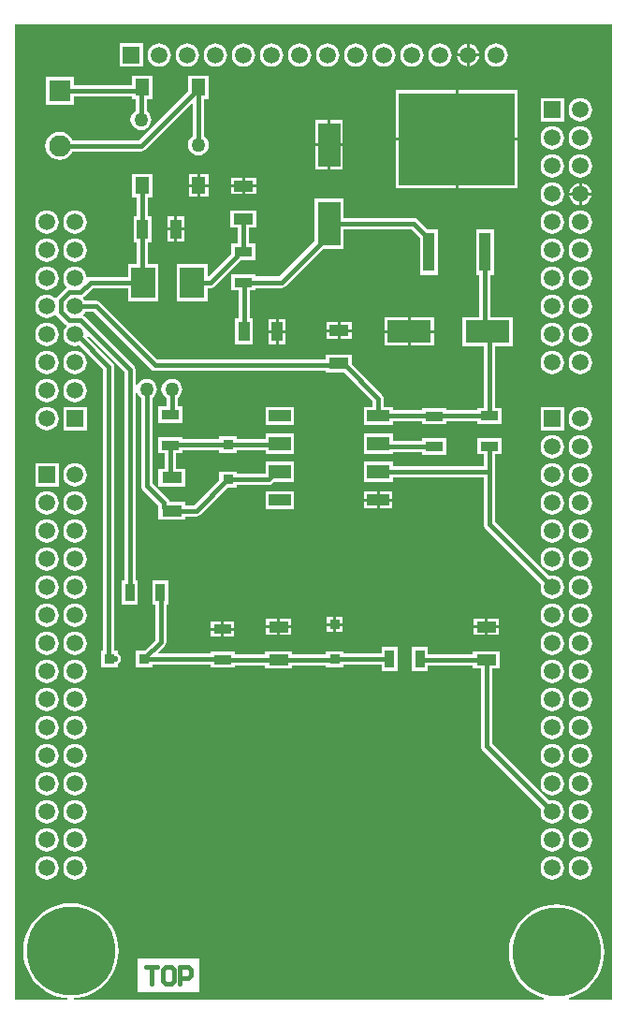
<source format=gtl>
G04*
G04 #@! TF.GenerationSoftware,Altium Limited,Altium Designer,20.0.13 (296)*
G04*
G04 Layer_Physical_Order=1*
G04 Layer_Color=255*
%FSLAX25Y25*%
%MOIN*%
G70*
G01*
G75*
%ADD10R,0.05118X0.05906*%
%ADD11R,0.41299X0.32992*%
%ADD12R,0.04000X0.13795*%
%ADD13R,0.07874X0.15748*%
%ADD14R,0.03937X0.07087*%
%ADD15R,0.08500X0.10799*%
%ADD16R,0.06299X0.03347*%
%ADD17R,0.07087X0.03937*%
%ADD18R,0.15748X0.07874*%
%ADD19R,0.07874X0.05000*%
%ADD20R,0.07874X0.04000*%
%ADD21R,0.03740X0.03543*%
%ADD22R,0.03347X0.06299*%
%ADD23R,0.03543X0.03740*%
%ADD24C,0.01600*%
%ADD25C,0.01787*%
%ADD26C,0.05906*%
%ADD27R,0.05906X0.05906*%
%ADD28R,0.05906X0.05906*%
%ADD29R,0.07677X0.07677*%
%ADD30C,0.07677*%
%ADD31C,0.31496*%
%ADD32C,0.05000*%
G36*
X214388Y347500D02*
Y49500D01*
Y1612D01*
X198937D01*
X198888Y2112D01*
X198891Y2113D01*
X200992Y2826D01*
X202983Y3808D01*
X204828Y5040D01*
X206496Y6504D01*
X207960Y8172D01*
X209192Y10017D01*
X210174Y12008D01*
X210887Y14109D01*
X211320Y16286D01*
X211466Y18500D01*
X211320Y20714D01*
X210887Y22891D01*
X210174Y24992D01*
X209192Y26983D01*
X207960Y28828D01*
X206496Y30496D01*
X204828Y31960D01*
X202983Y33193D01*
X200992Y34174D01*
X198891Y34887D01*
X196714Y35320D01*
X194500Y35465D01*
X192286Y35320D01*
X190109Y34887D01*
X188008Y34174D01*
X186017Y33193D01*
X184172Y31960D01*
X182504Y30496D01*
X181040Y28828D01*
X179807Y26983D01*
X178826Y24992D01*
X178113Y22891D01*
X177680Y20714D01*
X177534Y18500D01*
X177680Y16286D01*
X178113Y14109D01*
X178826Y12008D01*
X179807Y10017D01*
X181040Y8172D01*
X182504Y6504D01*
X184172Y5040D01*
X186017Y3808D01*
X188008Y2826D01*
X190109Y2113D01*
X190112Y2112D01*
X190062Y1612D01*
X22699D01*
X22683Y2112D01*
X23714Y2180D01*
X25891Y2613D01*
X27992Y3326D01*
X29983Y4307D01*
X31828Y5540D01*
X33496Y7004D01*
X34960Y8672D01*
X36193Y10517D01*
X37174Y12508D01*
X37887Y14609D01*
X38320Y16786D01*
X38465Y19000D01*
X38320Y21214D01*
X37887Y23391D01*
X37174Y25492D01*
X36193Y27483D01*
X34960Y29328D01*
X33496Y30996D01*
X31828Y32460D01*
X29983Y33692D01*
X27992Y34674D01*
X25891Y35387D01*
X23714Y35820D01*
X21500Y35965D01*
X19286Y35820D01*
X17109Y35387D01*
X15008Y34674D01*
X13017Y33692D01*
X11172Y32460D01*
X9504Y30996D01*
X8040Y29328D01*
X6808Y27483D01*
X5826Y25492D01*
X5113Y23391D01*
X4680Y21214D01*
X4535Y19000D01*
X4680Y16786D01*
X5113Y14609D01*
X5826Y12508D01*
X6808Y10517D01*
X8040Y8672D01*
X9504Y7004D01*
X11172Y5540D01*
X13017Y4307D01*
X15008Y3326D01*
X17109Y2613D01*
X19286Y2180D01*
X20317Y2112D01*
X20301Y1612D01*
X1612D01*
Y347500D01*
Y348888D01*
X214388D01*
Y347500D01*
D02*
G37*
%LPC*%
G36*
X163500Y341921D02*
Y338500D01*
X166921D01*
X166851Y339032D01*
X166453Y339993D01*
X165819Y340819D01*
X164993Y341453D01*
X164032Y341851D01*
X163500Y341921D01*
D02*
G37*
G36*
X162500D02*
X161968Y341851D01*
X161007Y341453D01*
X160181Y340819D01*
X159547Y339993D01*
X159149Y339032D01*
X159079Y338500D01*
X162500D01*
Y341921D01*
D02*
G37*
G36*
X166921Y337500D02*
X163500D01*
Y334079D01*
X164032Y334149D01*
X164993Y334547D01*
X165819Y335181D01*
X166453Y336007D01*
X166851Y336968D01*
X166921Y337500D01*
D02*
G37*
G36*
X162500D02*
X159079D01*
X159149Y336968D01*
X159547Y336007D01*
X160181Y335181D01*
X161007Y334547D01*
X161968Y334149D01*
X162500Y334079D01*
Y337500D01*
D02*
G37*
G36*
X47134Y342134D02*
X38866D01*
Y333866D01*
X47134D01*
Y342134D01*
D02*
G37*
G36*
X173000Y342169D02*
X171921Y342027D01*
X170915Y341611D01*
X170052Y340948D01*
X169389Y340085D01*
X168973Y339079D01*
X168831Y338000D01*
X168973Y336921D01*
X169389Y335915D01*
X170052Y335052D01*
X170915Y334389D01*
X171921Y333973D01*
X173000Y333830D01*
X174079Y333973D01*
X175085Y334389D01*
X175948Y335052D01*
X176611Y335915D01*
X177027Y336921D01*
X177170Y338000D01*
X177027Y339079D01*
X176611Y340085D01*
X175948Y340948D01*
X175085Y341611D01*
X174079Y342027D01*
X173000Y342169D01*
D02*
G37*
G36*
X153000D02*
X151921Y342027D01*
X150915Y341611D01*
X150052Y340948D01*
X149389Y340085D01*
X148973Y339079D01*
X148830Y338000D01*
X148973Y336921D01*
X149389Y335915D01*
X150052Y335052D01*
X150915Y334389D01*
X151921Y333973D01*
X153000Y333830D01*
X154079Y333973D01*
X155085Y334389D01*
X155948Y335052D01*
X156611Y335915D01*
X157027Y336921D01*
X157169Y338000D01*
X157027Y339079D01*
X156611Y340085D01*
X155948Y340948D01*
X155085Y341611D01*
X154079Y342027D01*
X153000Y342169D01*
D02*
G37*
G36*
X143000D02*
X141921Y342027D01*
X140915Y341611D01*
X140052Y340948D01*
X139389Y340085D01*
X138973Y339079D01*
X138830Y338000D01*
X138973Y336921D01*
X139389Y335915D01*
X140052Y335052D01*
X140915Y334389D01*
X141921Y333973D01*
X143000Y333830D01*
X144079Y333973D01*
X145085Y334389D01*
X145948Y335052D01*
X146611Y335915D01*
X147027Y336921D01*
X147169Y338000D01*
X147027Y339079D01*
X146611Y340085D01*
X145948Y340948D01*
X145085Y341611D01*
X144079Y342027D01*
X143000Y342169D01*
D02*
G37*
G36*
X133000D02*
X131921Y342027D01*
X130915Y341611D01*
X130052Y340948D01*
X129389Y340085D01*
X128973Y339079D01*
X128831Y338000D01*
X128973Y336921D01*
X129389Y335915D01*
X130052Y335052D01*
X130915Y334389D01*
X131921Y333973D01*
X133000Y333830D01*
X134079Y333973D01*
X135085Y334389D01*
X135948Y335052D01*
X136611Y335915D01*
X137027Y336921D01*
X137170Y338000D01*
X137027Y339079D01*
X136611Y340085D01*
X135948Y340948D01*
X135085Y341611D01*
X134079Y342027D01*
X133000Y342169D01*
D02*
G37*
G36*
X123000D02*
X121921Y342027D01*
X120915Y341611D01*
X120052Y340948D01*
X119389Y340085D01*
X118973Y339079D01*
X118831Y338000D01*
X118973Y336921D01*
X119389Y335915D01*
X120052Y335052D01*
X120915Y334389D01*
X121921Y333973D01*
X123000Y333830D01*
X124079Y333973D01*
X125085Y334389D01*
X125948Y335052D01*
X126611Y335915D01*
X127027Y336921D01*
X127170Y338000D01*
X127027Y339079D01*
X126611Y340085D01*
X125948Y340948D01*
X125085Y341611D01*
X124079Y342027D01*
X123000Y342169D01*
D02*
G37*
G36*
X113000D02*
X111921Y342027D01*
X110915Y341611D01*
X110052Y340948D01*
X109389Y340085D01*
X108973Y339079D01*
X108830Y338000D01*
X108973Y336921D01*
X109389Y335915D01*
X110052Y335052D01*
X110915Y334389D01*
X111921Y333973D01*
X113000Y333830D01*
X114079Y333973D01*
X115085Y334389D01*
X115948Y335052D01*
X116611Y335915D01*
X117027Y336921D01*
X117169Y338000D01*
X117027Y339079D01*
X116611Y340085D01*
X115948Y340948D01*
X115085Y341611D01*
X114079Y342027D01*
X113000Y342169D01*
D02*
G37*
G36*
X103000D02*
X101921Y342027D01*
X100915Y341611D01*
X100052Y340948D01*
X99389Y340085D01*
X98973Y339079D01*
X98830Y338000D01*
X98973Y336921D01*
X99389Y335915D01*
X100052Y335052D01*
X100915Y334389D01*
X101921Y333973D01*
X103000Y333830D01*
X104079Y333973D01*
X105085Y334389D01*
X105948Y335052D01*
X106611Y335915D01*
X107027Y336921D01*
X107169Y338000D01*
X107027Y339079D01*
X106611Y340085D01*
X105948Y340948D01*
X105085Y341611D01*
X104079Y342027D01*
X103000Y342169D01*
D02*
G37*
G36*
X93000D02*
X91921Y342027D01*
X90915Y341611D01*
X90052Y340948D01*
X89389Y340085D01*
X88973Y339079D01*
X88831Y338000D01*
X88973Y336921D01*
X89389Y335915D01*
X90052Y335052D01*
X90915Y334389D01*
X91921Y333973D01*
X93000Y333830D01*
X94079Y333973D01*
X95085Y334389D01*
X95948Y335052D01*
X96611Y335915D01*
X97027Y336921D01*
X97170Y338000D01*
X97027Y339079D01*
X96611Y340085D01*
X95948Y340948D01*
X95085Y341611D01*
X94079Y342027D01*
X93000Y342169D01*
D02*
G37*
G36*
X83000D02*
X81921Y342027D01*
X80915Y341611D01*
X80052Y340948D01*
X79389Y340085D01*
X78973Y339079D01*
X78830Y338000D01*
X78973Y336921D01*
X79389Y335915D01*
X80052Y335052D01*
X80915Y334389D01*
X81921Y333973D01*
X83000Y333830D01*
X84079Y333973D01*
X85085Y334389D01*
X85948Y335052D01*
X86611Y335915D01*
X87027Y336921D01*
X87169Y338000D01*
X87027Y339079D01*
X86611Y340085D01*
X85948Y340948D01*
X85085Y341611D01*
X84079Y342027D01*
X83000Y342169D01*
D02*
G37*
G36*
X73000D02*
X71921Y342027D01*
X70915Y341611D01*
X70052Y340948D01*
X69389Y340085D01*
X68973Y339079D01*
X68831Y338000D01*
X68973Y336921D01*
X69389Y335915D01*
X70052Y335052D01*
X70915Y334389D01*
X71921Y333973D01*
X73000Y333830D01*
X74079Y333973D01*
X75085Y334389D01*
X75948Y335052D01*
X76611Y335915D01*
X77027Y336921D01*
X77170Y338000D01*
X77027Y339079D01*
X76611Y340085D01*
X75948Y340948D01*
X75085Y341611D01*
X74079Y342027D01*
X73000Y342169D01*
D02*
G37*
G36*
X63000D02*
X61921Y342027D01*
X60915Y341611D01*
X60052Y340948D01*
X59389Y340085D01*
X58973Y339079D01*
X58830Y338000D01*
X58973Y336921D01*
X59389Y335915D01*
X60052Y335052D01*
X60915Y334389D01*
X61921Y333973D01*
X63000Y333830D01*
X64079Y333973D01*
X65085Y334389D01*
X65948Y335052D01*
X66611Y335915D01*
X67027Y336921D01*
X67169Y338000D01*
X67027Y339079D01*
X66611Y340085D01*
X65948Y340948D01*
X65085Y341611D01*
X64079Y342027D01*
X63000Y342169D01*
D02*
G37*
G36*
X53000D02*
X51921Y342027D01*
X50915Y341611D01*
X50052Y340948D01*
X49389Y340085D01*
X48973Y339079D01*
X48831Y338000D01*
X48973Y336921D01*
X49389Y335915D01*
X50052Y335052D01*
X50915Y334389D01*
X51921Y333973D01*
X53000Y333830D01*
X54079Y333973D01*
X55085Y334389D01*
X55948Y335052D01*
X56611Y335915D01*
X57027Y336921D01*
X57170Y338000D01*
X57027Y339079D01*
X56611Y340085D01*
X55948Y340948D01*
X55085Y341611D01*
X54079Y342027D01*
X53000Y342169D01*
D02*
G37*
G36*
X50701Y330654D02*
X43220D01*
Y327362D01*
X22520D01*
Y330362D01*
X12480D01*
Y320323D01*
X22520D01*
Y323323D01*
X43220D01*
Y322386D01*
X44480D01*
Y318090D01*
X43875Y317625D01*
X43285Y316856D01*
X42914Y315961D01*
X42787Y315000D01*
X42914Y314039D01*
X43285Y313144D01*
X43875Y312375D01*
X44644Y311785D01*
X45539Y311414D01*
X46500Y311287D01*
X47461Y311414D01*
X48356Y311785D01*
X49125Y312375D01*
X49715Y313144D01*
X50086Y314039D01*
X50213Y315000D01*
X50086Y315961D01*
X49715Y316856D01*
X49125Y317625D01*
X48520Y318090D01*
Y322386D01*
X50701D01*
Y330654D01*
D02*
G37*
G36*
X197134Y322634D02*
X188866D01*
Y314366D01*
X197134D01*
Y322634D01*
D02*
G37*
G36*
X203000Y322670D02*
X201921Y322527D01*
X200915Y322111D01*
X200052Y321448D01*
X199389Y320585D01*
X198973Y319579D01*
X198830Y318500D01*
X198973Y317421D01*
X199389Y316415D01*
X200052Y315552D01*
X200915Y314889D01*
X201921Y314473D01*
X203000Y314331D01*
X204079Y314473D01*
X205085Y314889D01*
X205948Y315552D01*
X206611Y316415D01*
X207027Y317421D01*
X207170Y318500D01*
X207027Y319579D01*
X206611Y320585D01*
X205948Y321448D01*
X205085Y322111D01*
X204079Y322527D01*
X203000Y322670D01*
D02*
G37*
G36*
X180650Y325496D02*
X159500D01*
Y308500D01*
X180650D01*
Y325496D01*
D02*
G37*
G36*
X158500D02*
X137350D01*
Y308500D01*
X158500D01*
Y325496D01*
D02*
G37*
G36*
X118437Y314850D02*
X114000D01*
Y306476D01*
X118437D01*
Y314850D01*
D02*
G37*
G36*
X113000D02*
X108563D01*
Y306476D01*
X113000D01*
Y314850D01*
D02*
G37*
G36*
X203000Y312669D02*
X201921Y312527D01*
X200915Y312111D01*
X200052Y311448D01*
X199389Y310585D01*
X198973Y309579D01*
X198830Y308500D01*
X198973Y307421D01*
X199389Y306415D01*
X200052Y305552D01*
X200915Y304889D01*
X201921Y304473D01*
X203000Y304330D01*
X204079Y304473D01*
X205085Y304889D01*
X205948Y305552D01*
X206611Y306415D01*
X207027Y307421D01*
X207170Y308500D01*
X207027Y309579D01*
X206611Y310585D01*
X205948Y311448D01*
X205085Y312111D01*
X204079Y312527D01*
X203000Y312669D01*
D02*
G37*
G36*
X193000D02*
X191921Y312527D01*
X190915Y312111D01*
X190052Y311448D01*
X189389Y310585D01*
X188973Y309579D01*
X188830Y308500D01*
X188973Y307421D01*
X189389Y306415D01*
X190052Y305552D01*
X190915Y304889D01*
X191921Y304473D01*
X193000Y304330D01*
X194079Y304473D01*
X195085Y304889D01*
X195948Y305552D01*
X196611Y306415D01*
X197027Y307421D01*
X197169Y308500D01*
X197027Y309579D01*
X196611Y310585D01*
X195948Y311448D01*
X195085Y312111D01*
X194079Y312527D01*
X193000Y312669D01*
D02*
G37*
G36*
X70780Y330654D02*
X63299D01*
Y325242D01*
X45734Y307677D01*
X22097D01*
X21885Y308189D01*
X21080Y309238D01*
X20031Y310042D01*
X18810Y310548D01*
X17500Y310720D01*
X16190Y310548D01*
X14968Y310042D01*
X13920Y309238D01*
X13115Y308189D01*
X12609Y306968D01*
X12437Y305658D01*
X12609Y304347D01*
X13115Y303126D01*
X13920Y302077D01*
X14968Y301273D01*
X16190Y300767D01*
X17500Y300594D01*
X18810Y300767D01*
X20031Y301273D01*
X21080Y302077D01*
X21885Y303126D01*
X22097Y303638D01*
X46571D01*
X47344Y303791D01*
X47999Y304229D01*
X64518Y320748D01*
X64980Y320557D01*
Y309090D01*
X64375Y308625D01*
X63785Y307856D01*
X63414Y306961D01*
X63287Y306000D01*
X63414Y305039D01*
X63785Y304144D01*
X64375Y303375D01*
X65144Y302785D01*
X66039Y302414D01*
X67000Y302287D01*
X67961Y302414D01*
X68856Y302785D01*
X69625Y303375D01*
X70215Y304144D01*
X70586Y305039D01*
X70713Y306000D01*
X70586Y306961D01*
X70215Y307856D01*
X69625Y308625D01*
X69020Y309090D01*
Y322386D01*
X70780D01*
Y330654D01*
D02*
G37*
G36*
X118437Y305476D02*
X114000D01*
Y297102D01*
X118437D01*
Y305476D01*
D02*
G37*
G36*
X113000D02*
X108563D01*
Y297102D01*
X113000D01*
Y305476D01*
D02*
G37*
G36*
X203000Y302670D02*
X201921Y302527D01*
X200915Y302111D01*
X200052Y301448D01*
X199389Y300585D01*
X198973Y299579D01*
X198830Y298500D01*
X198973Y297421D01*
X199389Y296415D01*
X200052Y295552D01*
X200915Y294889D01*
X201921Y294473D01*
X203000Y294331D01*
X204079Y294473D01*
X205085Y294889D01*
X205948Y295552D01*
X206611Y296415D01*
X207027Y297421D01*
X207170Y298500D01*
X207027Y299579D01*
X206611Y300585D01*
X205948Y301448D01*
X205085Y302111D01*
X204079Y302527D01*
X203000Y302670D01*
D02*
G37*
G36*
X193000D02*
X191921Y302527D01*
X190915Y302111D01*
X190052Y301448D01*
X189389Y300585D01*
X188973Y299579D01*
X188830Y298500D01*
X188973Y297421D01*
X189389Y296415D01*
X190052Y295552D01*
X190915Y294889D01*
X191921Y294473D01*
X193000Y294331D01*
X194079Y294473D01*
X195085Y294889D01*
X195948Y295552D01*
X196611Y296415D01*
X197027Y297421D01*
X197169Y298500D01*
X197027Y299579D01*
X196611Y300585D01*
X195948Y301448D01*
X195085Y302111D01*
X194079Y302527D01*
X193000Y302670D01*
D02*
G37*
G36*
X70598Y295433D02*
X67539D01*
Y291980D01*
X70598D01*
Y295433D01*
D02*
G37*
G36*
X66539D02*
X63480D01*
Y291980D01*
X66539D01*
Y295433D01*
D02*
G37*
G36*
X87543Y294374D02*
X83500D01*
Y291905D01*
X87543D01*
Y294374D01*
D02*
G37*
G36*
X82500D02*
X78457D01*
Y291905D01*
X82500D01*
Y294374D01*
D02*
G37*
G36*
X180650Y307500D02*
X159500D01*
Y290504D01*
X180650D01*
Y307500D01*
D02*
G37*
G36*
X158500D02*
X137350D01*
Y290504D01*
X158500D01*
Y307500D01*
D02*
G37*
G36*
X203500Y292421D02*
Y289000D01*
X206921D01*
X206851Y289532D01*
X206453Y290493D01*
X205819Y291319D01*
X204993Y291953D01*
X204032Y292351D01*
X203500Y292421D01*
D02*
G37*
G36*
X202500D02*
X201968Y292351D01*
X201007Y291953D01*
X200181Y291319D01*
X199547Y290493D01*
X199149Y289532D01*
X199079Y289000D01*
X202500D01*
Y292421D01*
D02*
G37*
G36*
X87543Y290905D02*
X83500D01*
Y288437D01*
X87543D01*
Y290905D01*
D02*
G37*
G36*
X82500D02*
X78457D01*
Y288437D01*
X82500D01*
Y290905D01*
D02*
G37*
G36*
X70598Y290980D02*
X67539D01*
Y287528D01*
X70598D01*
Y290980D01*
D02*
G37*
G36*
X66539D02*
X63480D01*
Y287528D01*
X66539D01*
Y290980D01*
D02*
G37*
G36*
X206921Y288000D02*
X203500D01*
Y284579D01*
X204032Y284649D01*
X204993Y285047D01*
X205819Y285681D01*
X206453Y286507D01*
X206851Y287468D01*
X206921Y288000D01*
D02*
G37*
G36*
X202500D02*
X199079D01*
X199149Y287468D01*
X199547Y286507D01*
X200181Y285681D01*
X201007Y285047D01*
X201968Y284649D01*
X202500Y284579D01*
Y288000D01*
D02*
G37*
G36*
X193000Y292670D02*
X191921Y292527D01*
X190915Y292111D01*
X190052Y291448D01*
X189389Y290585D01*
X188973Y289579D01*
X188830Y288500D01*
X188973Y287421D01*
X189389Y286415D01*
X190052Y285552D01*
X190915Y284889D01*
X191921Y284473D01*
X193000Y284331D01*
X194079Y284473D01*
X195085Y284889D01*
X195948Y285552D01*
X196611Y286415D01*
X197027Y287421D01*
X197169Y288500D01*
X197027Y289579D01*
X196611Y290585D01*
X195948Y291448D01*
X195085Y292111D01*
X194079Y292527D01*
X193000Y292670D01*
D02*
G37*
G36*
X61874Y280543D02*
X59405D01*
Y276500D01*
X61874D01*
Y280543D01*
D02*
G37*
G36*
X58406D02*
X55937D01*
Y276500D01*
X58406D01*
Y280543D01*
D02*
G37*
G36*
X203000Y282669D02*
X201921Y282527D01*
X200915Y282111D01*
X200052Y281448D01*
X199389Y280585D01*
X198973Y279579D01*
X198830Y278500D01*
X198973Y277421D01*
X199389Y276415D01*
X200052Y275552D01*
X200915Y274889D01*
X201921Y274473D01*
X203000Y274330D01*
X204079Y274473D01*
X205085Y274889D01*
X205948Y275552D01*
X206611Y276415D01*
X207027Y277421D01*
X207170Y278500D01*
X207027Y279579D01*
X206611Y280585D01*
X205948Y281448D01*
X205085Y282111D01*
X204079Y282527D01*
X203000Y282669D01*
D02*
G37*
G36*
X193000D02*
X191921Y282527D01*
X190915Y282111D01*
X190052Y281448D01*
X189389Y280585D01*
X188973Y279579D01*
X188830Y278500D01*
X188973Y277421D01*
X189389Y276415D01*
X190052Y275552D01*
X190915Y274889D01*
X191921Y274473D01*
X193000Y274330D01*
X194079Y274473D01*
X195085Y274889D01*
X195948Y275552D01*
X196611Y276415D01*
X197027Y277421D01*
X197169Y278500D01*
X197027Y279579D01*
X196611Y280585D01*
X195948Y281448D01*
X195085Y282111D01*
X194079Y282527D01*
X193000Y282669D01*
D02*
G37*
G36*
X23000D02*
X21921Y282527D01*
X20915Y282111D01*
X20052Y281448D01*
X19389Y280585D01*
X18973Y279579D01*
X18831Y278500D01*
X18973Y277421D01*
X19389Y276415D01*
X20052Y275552D01*
X20915Y274889D01*
X21921Y274473D01*
X23000Y274330D01*
X24079Y274473D01*
X25085Y274889D01*
X25948Y275552D01*
X26611Y276415D01*
X27027Y277421D01*
X27169Y278500D01*
X27027Y279579D01*
X26611Y280585D01*
X25948Y281448D01*
X25085Y282111D01*
X24079Y282527D01*
X23000Y282669D01*
D02*
G37*
G36*
X13000D02*
X11921Y282527D01*
X10915Y282111D01*
X10052Y281448D01*
X9389Y280585D01*
X8973Y279579D01*
X8830Y278500D01*
X8973Y277421D01*
X9389Y276415D01*
X10052Y275552D01*
X10915Y274889D01*
X11921Y274473D01*
X13000Y274330D01*
X14079Y274473D01*
X15085Y274889D01*
X15948Y275552D01*
X16611Y276415D01*
X17027Y277421D01*
X17169Y278500D01*
X17027Y279579D01*
X16611Y280585D01*
X15948Y281448D01*
X15085Y282111D01*
X14079Y282527D01*
X13000Y282669D01*
D02*
G37*
G36*
X61874Y275500D02*
X59405D01*
Y271457D01*
X61874D01*
Y275500D01*
D02*
G37*
G36*
X58406D02*
X55937D01*
Y271457D01*
X58406D01*
Y275500D01*
D02*
G37*
G36*
X203000Y272670D02*
X201921Y272527D01*
X200915Y272111D01*
X200052Y271448D01*
X199389Y270585D01*
X198973Y269579D01*
X198830Y268500D01*
X198973Y267421D01*
X199389Y266415D01*
X200052Y265552D01*
X200915Y264889D01*
X201921Y264473D01*
X203000Y264331D01*
X204079Y264473D01*
X205085Y264889D01*
X205948Y265552D01*
X206611Y266415D01*
X207027Y267421D01*
X207170Y268500D01*
X207027Y269579D01*
X206611Y270585D01*
X205948Y271448D01*
X205085Y272111D01*
X204079Y272527D01*
X203000Y272670D01*
D02*
G37*
G36*
X193000D02*
X191921Y272527D01*
X190915Y272111D01*
X190052Y271448D01*
X189389Y270585D01*
X188973Y269579D01*
X188830Y268500D01*
X188973Y267421D01*
X189389Y266415D01*
X190052Y265552D01*
X190915Y264889D01*
X191921Y264473D01*
X193000Y264331D01*
X194079Y264473D01*
X195085Y264889D01*
X195948Y265552D01*
X196611Y266415D01*
X197027Y267421D01*
X197169Y268500D01*
X197027Y269579D01*
X196611Y270585D01*
X195948Y271448D01*
X195085Y272111D01*
X194079Y272527D01*
X193000Y272670D01*
D02*
G37*
G36*
X23000D02*
X21921Y272527D01*
X20915Y272111D01*
X20052Y271448D01*
X19389Y270585D01*
X18973Y269579D01*
X18831Y268500D01*
X18973Y267421D01*
X19389Y266415D01*
X20052Y265552D01*
X20915Y264889D01*
X21921Y264473D01*
X23000Y264331D01*
X24079Y264473D01*
X25085Y264889D01*
X25948Y265552D01*
X26611Y266415D01*
X27027Y267421D01*
X27169Y268500D01*
X27027Y269579D01*
X26611Y270585D01*
X25948Y271448D01*
X25085Y272111D01*
X24079Y272527D01*
X23000Y272670D01*
D02*
G37*
G36*
X13000D02*
X11921Y272527D01*
X10915Y272111D01*
X10052Y271448D01*
X9389Y270585D01*
X8973Y269579D01*
X8830Y268500D01*
X8973Y267421D01*
X9389Y266415D01*
X10052Y265552D01*
X10915Y264889D01*
X11921Y264473D01*
X13000Y264331D01*
X14079Y264473D01*
X15085Y264889D01*
X15948Y265552D01*
X16611Y266415D01*
X17027Y267421D01*
X17169Y268500D01*
X17027Y269579D01*
X16611Y270585D01*
X15948Y271448D01*
X15085Y272111D01*
X14079Y272527D01*
X13000Y272670D01*
D02*
G37*
G36*
X118618Y287079D02*
X108382D01*
Y271825D01*
X95663Y259106D01*
X87331D01*
Y259941D01*
X78669D01*
Y254232D01*
X81169D01*
Y244224D01*
X80039D01*
Y234776D01*
X86339D01*
Y244224D01*
X85209D01*
Y254232D01*
X87331D01*
Y255067D01*
X96500D01*
X97273Y255221D01*
X97928Y255658D01*
X111239Y268969D01*
X118618D01*
Y276004D01*
X142829D01*
X145819Y273013D01*
Y259713D01*
X152181D01*
Y275870D01*
X148676D01*
X145094Y279452D01*
X144438Y279890D01*
X143665Y280044D01*
X118618D01*
Y287079D01*
D02*
G37*
G36*
X87724Y282744D02*
X78276D01*
Y276445D01*
X80980D01*
Y270768D01*
X78669D01*
Y267235D01*
X78654Y267160D01*
X70632Y259138D01*
X70132Y259304D01*
Y263581D01*
X59270D01*
Y250419D01*
X70132D01*
Y254980D01*
X71351D01*
X72124Y255134D01*
X72779Y255572D01*
X82079Y264871D01*
X82204Y265059D01*
X87331D01*
Y270768D01*
X85020D01*
Y276445D01*
X87724D01*
Y282744D01*
D02*
G37*
G36*
X50701Y295614D02*
X43220D01*
Y287347D01*
X45075D01*
Y280724D01*
X43945D01*
Y271276D01*
X45075D01*
Y263581D01*
X41868D01*
Y259020D01*
X28477D01*
X27705Y258866D01*
X27562Y258771D01*
X27107Y258977D01*
X27027Y259579D01*
X26611Y260585D01*
X25948Y261448D01*
X25085Y262111D01*
X24079Y262527D01*
X23000Y262669D01*
X21921Y262527D01*
X20915Y262111D01*
X20052Y261448D01*
X19389Y260585D01*
X18973Y259579D01*
X18831Y258500D01*
X18973Y257421D01*
X19389Y256415D01*
X19897Y255754D01*
X19861Y255129D01*
X19660Y254994D01*
X16638Y251972D01*
X16423Y251651D01*
X16304Y251600D01*
X15781Y251577D01*
X15085Y252111D01*
X14079Y252527D01*
X13000Y252670D01*
X11921Y252527D01*
X10915Y252111D01*
X10052Y251448D01*
X9389Y250585D01*
X8973Y249579D01*
X8830Y248500D01*
X8973Y247421D01*
X9389Y246415D01*
X10052Y245552D01*
X10915Y244889D01*
X11921Y244473D01*
X13000Y244331D01*
X14079Y244473D01*
X15085Y244889D01*
X15781Y245423D01*
X16304Y245400D01*
X16423Y245349D01*
X16638Y245028D01*
X19660Y242006D01*
X19861Y241872D01*
X19897Y241246D01*
X19389Y240585D01*
X18973Y239579D01*
X18831Y238500D01*
X18973Y237421D01*
X19389Y236415D01*
X20052Y235552D01*
X20915Y234889D01*
X21921Y234473D01*
X23000Y234331D01*
X24079Y234473D01*
X24498Y234646D01*
X32980Y226164D01*
Y126051D01*
X32346D01*
Y119949D01*
X38252D01*
Y121254D01*
X38728Y121572D01*
X39165Y122227D01*
X39319Y123000D01*
Y123098D01*
X39165Y123871D01*
X38728Y124527D01*
X38252Y124845D01*
Y126051D01*
X37020D01*
Y227001D01*
X36866Y227774D01*
X36428Y228429D01*
X27374Y237484D01*
X27389Y237548D01*
X27939Y237705D01*
X40480Y225163D01*
Y150831D01*
X39732D01*
Y142169D01*
X45441D01*
Y150831D01*
X44520D01*
Y217683D01*
X45020Y217782D01*
X45285Y217144D01*
X45875Y216375D01*
X46480Y215910D01*
Y184689D01*
X46634Y183916D01*
X47072Y183261D01*
X52737Y177596D01*
Y176857D01*
X52776Y176662D01*
Y172539D01*
X62224D01*
Y173669D01*
X66291D01*
X67064Y173823D01*
X67720Y174261D01*
X77305Y183846D01*
X80551D01*
Y184779D01*
X91843D01*
X92615Y184933D01*
X93271Y185371D01*
X93719Y185819D01*
X101098D01*
Y193181D01*
X90862D01*
Y188819D01*
X80551D01*
Y189752D01*
X74449D01*
Y186703D01*
X65455Y177709D01*
X62224D01*
Y178839D01*
X56696D01*
X56623Y179205D01*
X56185Y179861D01*
X50520Y185526D01*
Y215910D01*
X51125Y216375D01*
X51715Y217144D01*
X52086Y218039D01*
X52213Y219000D01*
X52086Y219961D01*
X51715Y220856D01*
X51125Y221625D01*
X50356Y222215D01*
X49461Y222586D01*
X48500Y222713D01*
X47539Y222586D01*
X46644Y222215D01*
X45875Y221625D01*
X45285Y220856D01*
X45020Y220217D01*
X44520Y220317D01*
Y226000D01*
X44366Y226773D01*
X43928Y227428D01*
X26494Y244862D01*
X26161Y245085D01*
X26111Y245194D01*
X26080Y245723D01*
X26611Y246415D01*
X26638Y246480D01*
X29663D01*
X50072Y226072D01*
X50727Y225634D01*
X51500Y225480D01*
X112276D01*
Y224945D01*
X118868D01*
X129000Y214813D01*
Y212681D01*
X125902D01*
Y206319D01*
X136138D01*
Y207437D01*
X146669D01*
Y206559D01*
X155331D01*
Y207437D01*
X166169D01*
Y206646D01*
X174831D01*
Y212354D01*
X172520D01*
Y234382D01*
X179032D01*
Y244618D01*
X171020D01*
Y259713D01*
X172181D01*
Y275870D01*
X165819D01*
Y259713D01*
X166980D01*
Y244618D01*
X160921D01*
Y234382D01*
X168480D01*
Y212354D01*
X166169D01*
Y211477D01*
X155331D01*
Y212268D01*
X146669D01*
Y211477D01*
X136138D01*
Y212681D01*
X133040D01*
Y215650D01*
X132886Y216423D01*
X132448Y217078D01*
X121724Y227801D01*
Y231244D01*
X112276D01*
Y229520D01*
X52337D01*
X31928Y249928D01*
X31273Y250366D01*
X30500Y250520D01*
X26638D01*
X26611Y250585D01*
X26077Y251281D01*
X26100Y251804D01*
X26151Y251923D01*
X26472Y252138D01*
X29314Y254980D01*
X41868D01*
Y250419D01*
X52730D01*
Y263581D01*
X49114D01*
Y271276D01*
X50244D01*
Y280724D01*
X49114D01*
Y287347D01*
X50701D01*
Y295614D01*
D02*
G37*
G36*
X203000Y262669D02*
X201921Y262527D01*
X200915Y262111D01*
X200052Y261448D01*
X199389Y260585D01*
X198973Y259579D01*
X198830Y258500D01*
X198973Y257421D01*
X199389Y256415D01*
X200052Y255552D01*
X200915Y254889D01*
X201921Y254473D01*
X203000Y254330D01*
X204079Y254473D01*
X205085Y254889D01*
X205948Y255552D01*
X206611Y256415D01*
X207027Y257421D01*
X207170Y258500D01*
X207027Y259579D01*
X206611Y260585D01*
X205948Y261448D01*
X205085Y262111D01*
X204079Y262527D01*
X203000Y262669D01*
D02*
G37*
G36*
X193000D02*
X191921Y262527D01*
X190915Y262111D01*
X190052Y261448D01*
X189389Y260585D01*
X188973Y259579D01*
X188830Y258500D01*
X188973Y257421D01*
X189389Y256415D01*
X190052Y255552D01*
X190915Y254889D01*
X191921Y254473D01*
X193000Y254330D01*
X194079Y254473D01*
X195085Y254889D01*
X195948Y255552D01*
X196611Y256415D01*
X197027Y257421D01*
X197169Y258500D01*
X197027Y259579D01*
X196611Y260585D01*
X195948Y261448D01*
X195085Y262111D01*
X194079Y262527D01*
X193000Y262669D01*
D02*
G37*
G36*
X13000D02*
X11921Y262527D01*
X10915Y262111D01*
X10052Y261448D01*
X9389Y260585D01*
X8973Y259579D01*
X8830Y258500D01*
X8973Y257421D01*
X9389Y256415D01*
X10052Y255552D01*
X10915Y254889D01*
X11921Y254473D01*
X13000Y254330D01*
X14079Y254473D01*
X15085Y254889D01*
X15948Y255552D01*
X16611Y256415D01*
X17027Y257421D01*
X17169Y258500D01*
X17027Y259579D01*
X16611Y260585D01*
X15948Y261448D01*
X15085Y262111D01*
X14079Y262527D01*
X13000Y262669D01*
D02*
G37*
G36*
X203000Y252670D02*
X201921Y252527D01*
X200915Y252111D01*
X200052Y251448D01*
X199389Y250585D01*
X198973Y249579D01*
X198830Y248500D01*
X198973Y247421D01*
X199389Y246415D01*
X200052Y245552D01*
X200915Y244889D01*
X201921Y244473D01*
X203000Y244331D01*
X204079Y244473D01*
X205085Y244889D01*
X205948Y245552D01*
X206611Y246415D01*
X207027Y247421D01*
X207170Y248500D01*
X207027Y249579D01*
X206611Y250585D01*
X205948Y251448D01*
X205085Y252111D01*
X204079Y252527D01*
X203000Y252670D01*
D02*
G37*
G36*
X193000D02*
X191921Y252527D01*
X190915Y252111D01*
X190052Y251448D01*
X189389Y250585D01*
X188973Y249579D01*
X188830Y248500D01*
X188973Y247421D01*
X189389Y246415D01*
X190052Y245552D01*
X190915Y244889D01*
X191921Y244473D01*
X193000Y244331D01*
X194079Y244473D01*
X195085Y244889D01*
X195948Y245552D01*
X196611Y246415D01*
X197027Y247421D01*
X197169Y248500D01*
X197027Y249579D01*
X196611Y250585D01*
X195948Y251448D01*
X195085Y252111D01*
X194079Y252527D01*
X193000Y252670D01*
D02*
G37*
G36*
X121543Y242874D02*
X117500D01*
Y240406D01*
X121543D01*
Y242874D01*
D02*
G37*
G36*
X116500D02*
X112457D01*
Y240406D01*
X116500D01*
Y242874D01*
D02*
G37*
G36*
X150898Y244437D02*
X142524D01*
Y240000D01*
X150898D01*
Y244437D01*
D02*
G37*
G36*
X97969Y244043D02*
X95500D01*
Y240000D01*
X97969D01*
Y244043D01*
D02*
G37*
G36*
X94500D02*
X92032D01*
Y240000D01*
X94500D01*
Y244043D01*
D02*
G37*
G36*
X141524Y244437D02*
X133150D01*
Y240000D01*
X141524D01*
Y244437D01*
D02*
G37*
G36*
X121543Y239405D02*
X117500D01*
Y236937D01*
X121543D01*
Y239405D01*
D02*
G37*
G36*
X116500D02*
X112457D01*
Y236937D01*
X116500D01*
Y239405D01*
D02*
G37*
G36*
X97969Y239000D02*
X95500D01*
Y234957D01*
X97969D01*
Y239000D01*
D02*
G37*
G36*
X94500D02*
X92032D01*
Y234957D01*
X94500D01*
Y239000D01*
D02*
G37*
G36*
X150898D02*
X142524D01*
Y234563D01*
X150898D01*
Y239000D01*
D02*
G37*
G36*
X141524D02*
X133150D01*
Y234563D01*
X141524D01*
Y239000D01*
D02*
G37*
G36*
X203000Y242670D02*
X201921Y242527D01*
X200915Y242111D01*
X200052Y241448D01*
X199389Y240585D01*
X198973Y239579D01*
X198830Y238500D01*
X198973Y237421D01*
X199389Y236415D01*
X200052Y235552D01*
X200915Y234889D01*
X201921Y234473D01*
X203000Y234331D01*
X204079Y234473D01*
X205085Y234889D01*
X205948Y235552D01*
X206611Y236415D01*
X207027Y237421D01*
X207170Y238500D01*
X207027Y239579D01*
X206611Y240585D01*
X205948Y241448D01*
X205085Y242111D01*
X204079Y242527D01*
X203000Y242670D01*
D02*
G37*
G36*
X193000D02*
X191921Y242527D01*
X190915Y242111D01*
X190052Y241448D01*
X189389Y240585D01*
X188973Y239579D01*
X188830Y238500D01*
X188973Y237421D01*
X189389Y236415D01*
X190052Y235552D01*
X190915Y234889D01*
X191921Y234473D01*
X193000Y234331D01*
X194079Y234473D01*
X195085Y234889D01*
X195948Y235552D01*
X196611Y236415D01*
X197027Y237421D01*
X197169Y238500D01*
X197027Y239579D01*
X196611Y240585D01*
X195948Y241448D01*
X195085Y242111D01*
X194079Y242527D01*
X193000Y242670D01*
D02*
G37*
G36*
X13000D02*
X11921Y242527D01*
X10915Y242111D01*
X10052Y241448D01*
X9389Y240585D01*
X8973Y239579D01*
X8830Y238500D01*
X8973Y237421D01*
X9389Y236415D01*
X10052Y235552D01*
X10915Y234889D01*
X11921Y234473D01*
X13000Y234331D01*
X14079Y234473D01*
X15085Y234889D01*
X15948Y235552D01*
X16611Y236415D01*
X17027Y237421D01*
X17169Y238500D01*
X17027Y239579D01*
X16611Y240585D01*
X15948Y241448D01*
X15085Y242111D01*
X14079Y242527D01*
X13000Y242670D01*
D02*
G37*
G36*
X203000Y232669D02*
X201921Y232527D01*
X200915Y232111D01*
X200052Y231448D01*
X199389Y230585D01*
X198973Y229579D01*
X198830Y228500D01*
X198973Y227421D01*
X199389Y226415D01*
X200052Y225552D01*
X200915Y224889D01*
X201921Y224473D01*
X203000Y224330D01*
X204079Y224473D01*
X205085Y224889D01*
X205948Y225552D01*
X206611Y226415D01*
X207027Y227421D01*
X207170Y228500D01*
X207027Y229579D01*
X206611Y230585D01*
X205948Y231448D01*
X205085Y232111D01*
X204079Y232527D01*
X203000Y232669D01*
D02*
G37*
G36*
X193000D02*
X191921Y232527D01*
X190915Y232111D01*
X190052Y231448D01*
X189389Y230585D01*
X188973Y229579D01*
X188830Y228500D01*
X188973Y227421D01*
X189389Y226415D01*
X190052Y225552D01*
X190915Y224889D01*
X191921Y224473D01*
X193000Y224330D01*
X194079Y224473D01*
X195085Y224889D01*
X195948Y225552D01*
X196611Y226415D01*
X197027Y227421D01*
X197169Y228500D01*
X197027Y229579D01*
X196611Y230585D01*
X195948Y231448D01*
X195085Y232111D01*
X194079Y232527D01*
X193000Y232669D01*
D02*
G37*
G36*
X23000D02*
X21921Y232527D01*
X20915Y232111D01*
X20052Y231448D01*
X19389Y230585D01*
X18973Y229579D01*
X18831Y228500D01*
X18973Y227421D01*
X19389Y226415D01*
X20052Y225552D01*
X20915Y224889D01*
X21921Y224473D01*
X23000Y224330D01*
X24079Y224473D01*
X25085Y224889D01*
X25948Y225552D01*
X26611Y226415D01*
X27027Y227421D01*
X27169Y228500D01*
X27027Y229579D01*
X26611Y230585D01*
X25948Y231448D01*
X25085Y232111D01*
X24079Y232527D01*
X23000Y232669D01*
D02*
G37*
G36*
X13000D02*
X11921Y232527D01*
X10915Y232111D01*
X10052Y231448D01*
X9389Y230585D01*
X8973Y229579D01*
X8830Y228500D01*
X8973Y227421D01*
X9389Y226415D01*
X10052Y225552D01*
X10915Y224889D01*
X11921Y224473D01*
X13000Y224330D01*
X14079Y224473D01*
X15085Y224889D01*
X15948Y225552D01*
X16611Y226415D01*
X17027Y227421D01*
X17169Y228500D01*
X17027Y229579D01*
X16611Y230585D01*
X15948Y231448D01*
X15085Y232111D01*
X14079Y232527D01*
X13000Y232669D01*
D02*
G37*
G36*
X23000Y222670D02*
X21921Y222527D01*
X20915Y222111D01*
X20052Y221448D01*
X19389Y220585D01*
X18973Y219579D01*
X18831Y218500D01*
X18973Y217421D01*
X19389Y216415D01*
X20052Y215552D01*
X20915Y214889D01*
X21921Y214473D01*
X23000Y214331D01*
X24079Y214473D01*
X25085Y214889D01*
X25948Y215552D01*
X26611Y216415D01*
X27027Y217421D01*
X27169Y218500D01*
X27027Y219579D01*
X26611Y220585D01*
X25948Y221448D01*
X25085Y222111D01*
X24079Y222527D01*
X23000Y222670D01*
D02*
G37*
G36*
X13000D02*
X11921Y222527D01*
X10915Y222111D01*
X10052Y221448D01*
X9389Y220585D01*
X8973Y219579D01*
X8830Y218500D01*
X8973Y217421D01*
X9389Y216415D01*
X10052Y215552D01*
X10915Y214889D01*
X11921Y214473D01*
X13000Y214331D01*
X14079Y214473D01*
X15085Y214889D01*
X15948Y215552D01*
X16611Y216415D01*
X17027Y217421D01*
X17169Y218500D01*
X17027Y219579D01*
X16611Y220585D01*
X15948Y221448D01*
X15085Y222111D01*
X14079Y222527D01*
X13000Y222670D01*
D02*
G37*
G36*
X57500Y222713D02*
X56539Y222586D01*
X55644Y222215D01*
X54875Y221625D01*
X54285Y220856D01*
X53914Y219961D01*
X53787Y219000D01*
X53914Y218039D01*
X54285Y217144D01*
X54875Y216375D01*
X55480Y215910D01*
Y212768D01*
X52669D01*
Y207059D01*
X61331D01*
Y212768D01*
X59520D01*
Y215910D01*
X60125Y216375D01*
X60715Y217144D01*
X61086Y218039D01*
X61213Y219000D01*
X61086Y219961D01*
X60715Y220856D01*
X60125Y221625D01*
X59356Y222215D01*
X58461Y222586D01*
X57500Y222713D01*
D02*
G37*
G36*
X101098Y212681D02*
X90862D01*
Y206319D01*
X101098D01*
Y212681D01*
D02*
G37*
G36*
X197134Y212634D02*
X188866D01*
Y204366D01*
X197134D01*
Y212634D01*
D02*
G37*
G36*
X27134D02*
X18866D01*
Y204366D01*
X27134D01*
Y212634D01*
D02*
G37*
G36*
X203000Y212669D02*
X201921Y212527D01*
X200915Y212111D01*
X200052Y211448D01*
X199389Y210585D01*
X198973Y209579D01*
X198830Y208500D01*
X198973Y207421D01*
X199389Y206415D01*
X200052Y205552D01*
X200915Y204889D01*
X201921Y204473D01*
X203000Y204330D01*
X204079Y204473D01*
X205085Y204889D01*
X205948Y205552D01*
X206611Y206415D01*
X207027Y207421D01*
X207170Y208500D01*
X207027Y209579D01*
X206611Y210585D01*
X205948Y211448D01*
X205085Y212111D01*
X204079Y212527D01*
X203000Y212669D01*
D02*
G37*
G36*
X13000D02*
X11921Y212527D01*
X10915Y212111D01*
X10052Y211448D01*
X9389Y210585D01*
X8973Y209579D01*
X8830Y208500D01*
X8973Y207421D01*
X9389Y206415D01*
X10052Y205552D01*
X10915Y204889D01*
X11921Y204473D01*
X13000Y204330D01*
X14079Y204473D01*
X15085Y204889D01*
X15948Y205552D01*
X16611Y206415D01*
X17027Y207421D01*
X17169Y208500D01*
X17027Y209579D01*
X16611Y210585D01*
X15948Y211448D01*
X15085Y212111D01*
X14079Y212527D01*
X13000Y212669D01*
D02*
G37*
G36*
X101098Y203181D02*
X90862D01*
Y201221D01*
X80551D01*
Y202153D01*
X74449D01*
Y201164D01*
X61331D01*
Y201941D01*
X52669D01*
Y196232D01*
X54980D01*
Y190650D01*
X52776D01*
Y184350D01*
X62224D01*
Y190650D01*
X59020D01*
Y196232D01*
X61331D01*
Y197124D01*
X74449D01*
Y196248D01*
X80551D01*
Y197181D01*
X90862D01*
Y195819D01*
X101098D01*
Y203181D01*
D02*
G37*
G36*
X136138D02*
X125902D01*
Y195819D01*
X136138D01*
Y196567D01*
X146669D01*
Y195732D01*
X155331D01*
Y201441D01*
X146669D01*
Y200606D01*
X136138D01*
Y203181D01*
D02*
G37*
G36*
X203000Y202670D02*
X201921Y202527D01*
X200915Y202111D01*
X200052Y201448D01*
X199389Y200585D01*
X198973Y199579D01*
X198830Y198500D01*
X198973Y197421D01*
X199389Y196415D01*
X200052Y195552D01*
X200915Y194889D01*
X201921Y194473D01*
X203000Y194331D01*
X204079Y194473D01*
X205085Y194889D01*
X205948Y195552D01*
X206611Y196415D01*
X207027Y197421D01*
X207170Y198500D01*
X207027Y199579D01*
X206611Y200585D01*
X205948Y201448D01*
X205085Y202111D01*
X204079Y202527D01*
X203000Y202670D01*
D02*
G37*
G36*
X193000D02*
X191921Y202527D01*
X190915Y202111D01*
X190052Y201448D01*
X189389Y200585D01*
X188973Y199579D01*
X188830Y198500D01*
X188973Y197421D01*
X189389Y196415D01*
X190052Y195552D01*
X190915Y194889D01*
X191921Y194473D01*
X193000Y194331D01*
X194079Y194473D01*
X195085Y194889D01*
X195948Y195552D01*
X196611Y196415D01*
X197027Y197421D01*
X197169Y198500D01*
X197027Y199579D01*
X196611Y200585D01*
X195948Y201448D01*
X195085Y202111D01*
X194079Y202527D01*
X193000Y202670D01*
D02*
G37*
G36*
X174831Y201528D02*
X166169D01*
Y195819D01*
X168480D01*
Y191520D01*
X136138D01*
Y193181D01*
X125902D01*
Y185819D01*
X136138D01*
Y187480D01*
X168480D01*
Y171000D01*
X168634Y170227D01*
X169072Y169572D01*
X188999Y149644D01*
X188973Y149579D01*
X188830Y148500D01*
X188973Y147421D01*
X189389Y146415D01*
X190052Y145552D01*
X190915Y144889D01*
X191921Y144473D01*
X193000Y144331D01*
X194079Y144473D01*
X195085Y144889D01*
X195948Y145552D01*
X196611Y146415D01*
X197027Y147421D01*
X197169Y148500D01*
X197027Y149579D01*
X196611Y150585D01*
X195948Y151448D01*
X195085Y152111D01*
X194079Y152527D01*
X193000Y152670D01*
X191921Y152527D01*
X191856Y152501D01*
X172520Y171837D01*
Y189500D01*
Y195819D01*
X174831D01*
Y201528D01*
D02*
G37*
G36*
X17134Y192634D02*
X8866D01*
Y184366D01*
X17134D01*
Y192634D01*
D02*
G37*
G36*
X203000Y192669D02*
X201921Y192527D01*
X200915Y192111D01*
X200052Y191448D01*
X199389Y190585D01*
X198973Y189579D01*
X198830Y188500D01*
X198973Y187421D01*
X199389Y186415D01*
X200052Y185552D01*
X200915Y184889D01*
X201921Y184473D01*
X203000Y184330D01*
X204079Y184473D01*
X205085Y184889D01*
X205948Y185552D01*
X206611Y186415D01*
X207027Y187421D01*
X207170Y188500D01*
X207027Y189579D01*
X206611Y190585D01*
X205948Y191448D01*
X205085Y192111D01*
X204079Y192527D01*
X203000Y192669D01*
D02*
G37*
G36*
X193000D02*
X191921Y192527D01*
X190915Y192111D01*
X190052Y191448D01*
X189389Y190585D01*
X188973Y189579D01*
X188830Y188500D01*
X188973Y187421D01*
X189389Y186415D01*
X190052Y185552D01*
X190915Y184889D01*
X191921Y184473D01*
X193000Y184330D01*
X194079Y184473D01*
X195085Y184889D01*
X195948Y185552D01*
X196611Y186415D01*
X197027Y187421D01*
X197169Y188500D01*
X197027Y189579D01*
X196611Y190585D01*
X195948Y191448D01*
X195085Y192111D01*
X194079Y192527D01*
X193000Y192669D01*
D02*
G37*
G36*
X23000D02*
X21921Y192527D01*
X20915Y192111D01*
X20052Y191448D01*
X19389Y190585D01*
X18973Y189579D01*
X18831Y188500D01*
X18973Y187421D01*
X19389Y186415D01*
X20052Y185552D01*
X20915Y184889D01*
X21921Y184473D01*
X23000Y184330D01*
X24079Y184473D01*
X25085Y184889D01*
X25948Y185552D01*
X26611Y186415D01*
X27027Y187421D01*
X27169Y188500D01*
X27027Y189579D01*
X26611Y190585D01*
X25948Y191448D01*
X25085Y192111D01*
X24079Y192527D01*
X23000Y192669D01*
D02*
G37*
G36*
X135957Y182500D02*
X131520D01*
Y180000D01*
X135957D01*
Y182500D01*
D02*
G37*
G36*
X130520D02*
X126083D01*
Y180000D01*
X130520D01*
Y182500D01*
D02*
G37*
G36*
X135957Y179000D02*
X131520D01*
Y176500D01*
X135957D01*
Y179000D01*
D02*
G37*
G36*
X130520D02*
X126083D01*
Y176500D01*
X130520D01*
Y179000D01*
D02*
G37*
G36*
X101098Y182681D02*
X90862D01*
Y176319D01*
X101098D01*
Y182681D01*
D02*
G37*
G36*
X203000Y182669D02*
X201921Y182527D01*
X200915Y182111D01*
X200052Y181448D01*
X199389Y180585D01*
X198973Y179579D01*
X198830Y178500D01*
X198973Y177421D01*
X199389Y176415D01*
X200052Y175552D01*
X200915Y174889D01*
X201921Y174473D01*
X203000Y174330D01*
X204079Y174473D01*
X205085Y174889D01*
X205948Y175552D01*
X206611Y176415D01*
X207027Y177421D01*
X207170Y178500D01*
X207027Y179579D01*
X206611Y180585D01*
X205948Y181448D01*
X205085Y182111D01*
X204079Y182527D01*
X203000Y182669D01*
D02*
G37*
G36*
X193000D02*
X191921Y182527D01*
X190915Y182111D01*
X190052Y181448D01*
X189389Y180585D01*
X188973Y179579D01*
X188830Y178500D01*
X188973Y177421D01*
X189389Y176415D01*
X190052Y175552D01*
X190915Y174889D01*
X191921Y174473D01*
X193000Y174330D01*
X194079Y174473D01*
X195085Y174889D01*
X195948Y175552D01*
X196611Y176415D01*
X197027Y177421D01*
X197169Y178500D01*
X197027Y179579D01*
X196611Y180585D01*
X195948Y181448D01*
X195085Y182111D01*
X194079Y182527D01*
X193000Y182669D01*
D02*
G37*
G36*
X23000D02*
X21921Y182527D01*
X20915Y182111D01*
X20052Y181448D01*
X19389Y180585D01*
X18973Y179579D01*
X18831Y178500D01*
X18973Y177421D01*
X19389Y176415D01*
X20052Y175552D01*
X20915Y174889D01*
X21921Y174473D01*
X23000Y174330D01*
X24079Y174473D01*
X25085Y174889D01*
X25948Y175552D01*
X26611Y176415D01*
X27027Y177421D01*
X27169Y178500D01*
X27027Y179579D01*
X26611Y180585D01*
X25948Y181448D01*
X25085Y182111D01*
X24079Y182527D01*
X23000Y182669D01*
D02*
G37*
G36*
X13000D02*
X11921Y182527D01*
X10915Y182111D01*
X10052Y181448D01*
X9389Y180585D01*
X8973Y179579D01*
X8830Y178500D01*
X8973Y177421D01*
X9389Y176415D01*
X10052Y175552D01*
X10915Y174889D01*
X11921Y174473D01*
X13000Y174330D01*
X14079Y174473D01*
X15085Y174889D01*
X15948Y175552D01*
X16611Y176415D01*
X17027Y177421D01*
X17169Y178500D01*
X17027Y179579D01*
X16611Y180585D01*
X15948Y181448D01*
X15085Y182111D01*
X14079Y182527D01*
X13000Y182669D01*
D02*
G37*
G36*
X203000Y172669D02*
X201921Y172527D01*
X200915Y172111D01*
X200052Y171448D01*
X199389Y170585D01*
X198973Y169579D01*
X198830Y168500D01*
X198973Y167421D01*
X199389Y166415D01*
X200052Y165552D01*
X200915Y164889D01*
X201921Y164473D01*
X203000Y164330D01*
X204079Y164473D01*
X205085Y164889D01*
X205948Y165552D01*
X206611Y166415D01*
X207027Y167421D01*
X207170Y168500D01*
X207027Y169579D01*
X206611Y170585D01*
X205948Y171448D01*
X205085Y172111D01*
X204079Y172527D01*
X203000Y172669D01*
D02*
G37*
G36*
X193000D02*
X191921Y172527D01*
X190915Y172111D01*
X190052Y171448D01*
X189389Y170585D01*
X188973Y169579D01*
X188830Y168500D01*
X188973Y167421D01*
X189389Y166415D01*
X190052Y165552D01*
X190915Y164889D01*
X191921Y164473D01*
X193000Y164330D01*
X194079Y164473D01*
X195085Y164889D01*
X195948Y165552D01*
X196611Y166415D01*
X197027Y167421D01*
X197169Y168500D01*
X197027Y169579D01*
X196611Y170585D01*
X195948Y171448D01*
X195085Y172111D01*
X194079Y172527D01*
X193000Y172669D01*
D02*
G37*
G36*
X23000D02*
X21921Y172527D01*
X20915Y172111D01*
X20052Y171448D01*
X19389Y170585D01*
X18973Y169579D01*
X18831Y168500D01*
X18973Y167421D01*
X19389Y166415D01*
X20052Y165552D01*
X20915Y164889D01*
X21921Y164473D01*
X23000Y164330D01*
X24079Y164473D01*
X25085Y164889D01*
X25948Y165552D01*
X26611Y166415D01*
X27027Y167421D01*
X27169Y168500D01*
X27027Y169579D01*
X26611Y170585D01*
X25948Y171448D01*
X25085Y172111D01*
X24079Y172527D01*
X23000Y172669D01*
D02*
G37*
G36*
X13000D02*
X11921Y172527D01*
X10915Y172111D01*
X10052Y171448D01*
X9389Y170585D01*
X8973Y169579D01*
X8830Y168500D01*
X8973Y167421D01*
X9389Y166415D01*
X10052Y165552D01*
X10915Y164889D01*
X11921Y164473D01*
X13000Y164330D01*
X14079Y164473D01*
X15085Y164889D01*
X15948Y165552D01*
X16611Y166415D01*
X17027Y167421D01*
X17169Y168500D01*
X17027Y169579D01*
X16611Y170585D01*
X15948Y171448D01*
X15085Y172111D01*
X14079Y172527D01*
X13000Y172669D01*
D02*
G37*
G36*
X203000Y162670D02*
X201921Y162527D01*
X200915Y162111D01*
X200052Y161448D01*
X199389Y160585D01*
X198973Y159579D01*
X198830Y158500D01*
X198973Y157421D01*
X199389Y156415D01*
X200052Y155552D01*
X200915Y154889D01*
X201921Y154473D01*
X203000Y154331D01*
X204079Y154473D01*
X205085Y154889D01*
X205948Y155552D01*
X206611Y156415D01*
X207027Y157421D01*
X207170Y158500D01*
X207027Y159579D01*
X206611Y160585D01*
X205948Y161448D01*
X205085Y162111D01*
X204079Y162527D01*
X203000Y162670D01*
D02*
G37*
G36*
X193000D02*
X191921Y162527D01*
X190915Y162111D01*
X190052Y161448D01*
X189389Y160585D01*
X188973Y159579D01*
X188830Y158500D01*
X188973Y157421D01*
X189389Y156415D01*
X190052Y155552D01*
X190915Y154889D01*
X191921Y154473D01*
X193000Y154331D01*
X194079Y154473D01*
X195085Y154889D01*
X195948Y155552D01*
X196611Y156415D01*
X197027Y157421D01*
X197169Y158500D01*
X197027Y159579D01*
X196611Y160585D01*
X195948Y161448D01*
X195085Y162111D01*
X194079Y162527D01*
X193000Y162670D01*
D02*
G37*
G36*
X23000D02*
X21921Y162527D01*
X20915Y162111D01*
X20052Y161448D01*
X19389Y160585D01*
X18973Y159579D01*
X18831Y158500D01*
X18973Y157421D01*
X19389Y156415D01*
X20052Y155552D01*
X20915Y154889D01*
X21921Y154473D01*
X23000Y154331D01*
X24079Y154473D01*
X25085Y154889D01*
X25948Y155552D01*
X26611Y156415D01*
X27027Y157421D01*
X27169Y158500D01*
X27027Y159579D01*
X26611Y160585D01*
X25948Y161448D01*
X25085Y162111D01*
X24079Y162527D01*
X23000Y162670D01*
D02*
G37*
G36*
X13000D02*
X11921Y162527D01*
X10915Y162111D01*
X10052Y161448D01*
X9389Y160585D01*
X8973Y159579D01*
X8830Y158500D01*
X8973Y157421D01*
X9389Y156415D01*
X10052Y155552D01*
X10915Y154889D01*
X11921Y154473D01*
X13000Y154331D01*
X14079Y154473D01*
X15085Y154889D01*
X15948Y155552D01*
X16611Y156415D01*
X17027Y157421D01*
X17169Y158500D01*
X17027Y159579D01*
X16611Y160585D01*
X15948Y161448D01*
X15085Y162111D01*
X14079Y162527D01*
X13000Y162670D01*
D02*
G37*
G36*
X203000Y152670D02*
X201921Y152527D01*
X200915Y152111D01*
X200052Y151448D01*
X199389Y150585D01*
X198973Y149579D01*
X198830Y148500D01*
X198973Y147421D01*
X199389Y146415D01*
X200052Y145552D01*
X200915Y144889D01*
X201921Y144473D01*
X203000Y144331D01*
X204079Y144473D01*
X205085Y144889D01*
X205948Y145552D01*
X206611Y146415D01*
X207027Y147421D01*
X207170Y148500D01*
X207027Y149579D01*
X206611Y150585D01*
X205948Y151448D01*
X205085Y152111D01*
X204079Y152527D01*
X203000Y152670D01*
D02*
G37*
G36*
X23000D02*
X21921Y152527D01*
X20915Y152111D01*
X20052Y151448D01*
X19389Y150585D01*
X18973Y149579D01*
X18831Y148500D01*
X18973Y147421D01*
X19389Y146415D01*
X20052Y145552D01*
X20915Y144889D01*
X21921Y144473D01*
X23000Y144331D01*
X24079Y144473D01*
X25085Y144889D01*
X25948Y145552D01*
X26611Y146415D01*
X27027Y147421D01*
X27169Y148500D01*
X27027Y149579D01*
X26611Y150585D01*
X25948Y151448D01*
X25085Y152111D01*
X24079Y152527D01*
X23000Y152670D01*
D02*
G37*
G36*
X13000D02*
X11921Y152527D01*
X10915Y152111D01*
X10052Y151448D01*
X9389Y150585D01*
X8973Y149579D01*
X8830Y148500D01*
X8973Y147421D01*
X9389Y146415D01*
X10052Y145552D01*
X10915Y144889D01*
X11921Y144473D01*
X13000Y144331D01*
X14079Y144473D01*
X15085Y144889D01*
X15948Y145552D01*
X16611Y146415D01*
X17027Y147421D01*
X17169Y148500D01*
X17027Y149579D01*
X16611Y150585D01*
X15948Y151448D01*
X15085Y152111D01*
X14079Y152527D01*
X13000Y152670D01*
D02*
G37*
G36*
X118370Y137972D02*
X116000D01*
Y135701D01*
X118370D01*
Y137972D01*
D02*
G37*
G36*
X115000D02*
X112630D01*
Y135701D01*
X115000D01*
Y137972D01*
D02*
G37*
G36*
X174043Y137374D02*
X170000D01*
Y134906D01*
X174043D01*
Y137374D01*
D02*
G37*
G36*
X100043D02*
X96000D01*
Y134906D01*
X100043D01*
Y137374D01*
D02*
G37*
G36*
X169000D02*
X164957D01*
Y134906D01*
X169000D01*
Y137374D01*
D02*
G37*
G36*
X95000D02*
X90957D01*
Y134906D01*
X95000D01*
Y137374D01*
D02*
G37*
G36*
X203000Y142669D02*
X201921Y142527D01*
X200915Y142111D01*
X200052Y141448D01*
X199389Y140585D01*
X198973Y139579D01*
X198830Y138500D01*
X198973Y137421D01*
X199389Y136415D01*
X200052Y135552D01*
X200915Y134889D01*
X201921Y134473D01*
X203000Y134330D01*
X204079Y134473D01*
X205085Y134889D01*
X205948Y135552D01*
X206611Y136415D01*
X207027Y137421D01*
X207170Y138500D01*
X207027Y139579D01*
X206611Y140585D01*
X205948Y141448D01*
X205085Y142111D01*
X204079Y142527D01*
X203000Y142669D01*
D02*
G37*
G36*
X193000D02*
X191921Y142527D01*
X190915Y142111D01*
X190052Y141448D01*
X189389Y140585D01*
X188973Y139579D01*
X188830Y138500D01*
X188973Y137421D01*
X189389Y136415D01*
X190052Y135552D01*
X190915Y134889D01*
X191921Y134473D01*
X193000Y134330D01*
X194079Y134473D01*
X195085Y134889D01*
X195948Y135552D01*
X196611Y136415D01*
X197027Y137421D01*
X197169Y138500D01*
X197027Y139579D01*
X196611Y140585D01*
X195948Y141448D01*
X195085Y142111D01*
X194079Y142527D01*
X193000Y142669D01*
D02*
G37*
G36*
X23000D02*
X21921Y142527D01*
X20915Y142111D01*
X20052Y141448D01*
X19389Y140585D01*
X18973Y139579D01*
X18831Y138500D01*
X18973Y137421D01*
X19389Y136415D01*
X20052Y135552D01*
X20915Y134889D01*
X21921Y134473D01*
X23000Y134330D01*
X24079Y134473D01*
X25085Y134889D01*
X25948Y135552D01*
X26611Y136415D01*
X27027Y137421D01*
X27169Y138500D01*
X27027Y139579D01*
X26611Y140585D01*
X25948Y141448D01*
X25085Y142111D01*
X24079Y142527D01*
X23000Y142669D01*
D02*
G37*
G36*
X13000D02*
X11921Y142527D01*
X10915Y142111D01*
X10052Y141448D01*
X9389Y140585D01*
X8973Y139579D01*
X8830Y138500D01*
X8973Y137421D01*
X9389Y136415D01*
X10052Y135552D01*
X10915Y134889D01*
X11921Y134473D01*
X13000Y134330D01*
X14079Y134473D01*
X15085Y134889D01*
X15948Y135552D01*
X16611Y136415D01*
X17027Y137421D01*
X17169Y138500D01*
X17027Y139579D01*
X16611Y140585D01*
X15948Y141448D01*
X15085Y142111D01*
X14079Y142527D01*
X13000Y142669D01*
D02*
G37*
G36*
X79650Y136173D02*
X76000D01*
Y134000D01*
X79650D01*
Y136173D01*
D02*
G37*
G36*
X75000D02*
X71350D01*
Y134000D01*
X75000D01*
Y136173D01*
D02*
G37*
G36*
X118370Y134701D02*
X116000D01*
Y132429D01*
X118370D01*
Y134701D01*
D02*
G37*
G36*
X115000D02*
X112630D01*
Y132429D01*
X115000D01*
Y134701D01*
D02*
G37*
G36*
X174043Y133905D02*
X170000D01*
Y131437D01*
X174043D01*
Y133905D01*
D02*
G37*
G36*
X169000D02*
X164957D01*
Y131437D01*
X169000D01*
Y133905D01*
D02*
G37*
G36*
X100043D02*
X96000D01*
Y131437D01*
X100043D01*
Y133905D01*
D02*
G37*
G36*
X95000D02*
X90957D01*
Y131437D01*
X95000D01*
Y133905D01*
D02*
G37*
G36*
X79650Y133000D02*
X76000D01*
Y130827D01*
X79650D01*
Y133000D01*
D02*
G37*
G36*
X75000D02*
X71350D01*
Y130827D01*
X75000D01*
Y133000D01*
D02*
G37*
G36*
X203000Y132669D02*
X201921Y132527D01*
X200915Y132111D01*
X200052Y131448D01*
X199389Y130585D01*
X198973Y129579D01*
X198830Y128500D01*
X198973Y127421D01*
X199389Y126415D01*
X200052Y125552D01*
X200915Y124889D01*
X201921Y124473D01*
X203000Y124330D01*
X204079Y124473D01*
X205085Y124889D01*
X205948Y125552D01*
X206611Y126415D01*
X207027Y127421D01*
X207170Y128500D01*
X207027Y129579D01*
X206611Y130585D01*
X205948Y131448D01*
X205085Y132111D01*
X204079Y132527D01*
X203000Y132669D01*
D02*
G37*
G36*
X193000D02*
X191921Y132527D01*
X190915Y132111D01*
X190052Y131448D01*
X189389Y130585D01*
X188973Y129579D01*
X188830Y128500D01*
X188973Y127421D01*
X189389Y126415D01*
X190052Y125552D01*
X190915Y124889D01*
X191921Y124473D01*
X193000Y124330D01*
X194079Y124473D01*
X195085Y124889D01*
X195948Y125552D01*
X196611Y126415D01*
X197027Y127421D01*
X197169Y128500D01*
X197027Y129579D01*
X196611Y130585D01*
X195948Y131448D01*
X195085Y132111D01*
X194079Y132527D01*
X193000Y132669D01*
D02*
G37*
G36*
X23000D02*
X21921Y132527D01*
X20915Y132111D01*
X20052Y131448D01*
X19389Y130585D01*
X18973Y129579D01*
X18831Y128500D01*
X18973Y127421D01*
X19389Y126415D01*
X20052Y125552D01*
X20915Y124889D01*
X21921Y124473D01*
X23000Y124330D01*
X24079Y124473D01*
X25085Y124889D01*
X25948Y125552D01*
X26611Y126415D01*
X27027Y127421D01*
X27169Y128500D01*
X27027Y129579D01*
X26611Y130585D01*
X25948Y131448D01*
X25085Y132111D01*
X24079Y132527D01*
X23000Y132669D01*
D02*
G37*
G36*
X13000D02*
X11921Y132527D01*
X10915Y132111D01*
X10052Y131448D01*
X9389Y130585D01*
X8973Y129579D01*
X8830Y128500D01*
X8973Y127421D01*
X9389Y126415D01*
X10052Y125552D01*
X10915Y124889D01*
X11921Y124473D01*
X13000Y124330D01*
X14079Y124473D01*
X15085Y124889D01*
X15948Y125552D01*
X16611Y126415D01*
X17027Y127421D01*
X17169Y128500D01*
X17027Y129579D01*
X16611Y130585D01*
X15948Y131448D01*
X15085Y132111D01*
X14079Y132527D01*
X13000Y132669D01*
D02*
G37*
G36*
X56268Y150831D02*
X50559D01*
Y142169D01*
X51480D01*
Y129734D01*
X47797Y126051D01*
X44748D01*
Y119949D01*
X50653D01*
Y120817D01*
X71169D01*
Y119819D01*
X79831D01*
Y120614D01*
X90776D01*
Y119445D01*
X100224D01*
Y120677D01*
X112449D01*
Y119846D01*
X118551D01*
Y120779D01*
X132232D01*
Y118669D01*
X137941D01*
Y127331D01*
X132232D01*
Y124819D01*
X118551D01*
Y125752D01*
X112449D01*
Y124717D01*
X100224D01*
Y125744D01*
X90776D01*
Y124654D01*
X79831D01*
Y125528D01*
X71169D01*
Y124856D01*
X52969D01*
X52777Y125319D01*
X54928Y127469D01*
X55366Y128125D01*
X55520Y128898D01*
Y142169D01*
X56268D01*
Y150831D01*
D02*
G37*
G36*
X203000Y122669D02*
X201921Y122527D01*
X200915Y122111D01*
X200052Y121448D01*
X199389Y120585D01*
X198973Y119579D01*
X198830Y118500D01*
X198973Y117421D01*
X199389Y116415D01*
X200052Y115552D01*
X200915Y114889D01*
X201921Y114473D01*
X203000Y114330D01*
X204079Y114473D01*
X205085Y114889D01*
X205948Y115552D01*
X206611Y116415D01*
X207027Y117421D01*
X207170Y118500D01*
X207027Y119579D01*
X206611Y120585D01*
X205948Y121448D01*
X205085Y122111D01*
X204079Y122527D01*
X203000Y122669D01*
D02*
G37*
G36*
X193000D02*
X191921Y122527D01*
X190915Y122111D01*
X190052Y121448D01*
X189389Y120585D01*
X188973Y119579D01*
X188830Y118500D01*
X188973Y117421D01*
X189389Y116415D01*
X190052Y115552D01*
X190915Y114889D01*
X191921Y114473D01*
X193000Y114330D01*
X194079Y114473D01*
X195085Y114889D01*
X195948Y115552D01*
X196611Y116415D01*
X197027Y117421D01*
X197169Y118500D01*
X197027Y119579D01*
X196611Y120585D01*
X195948Y121448D01*
X195085Y122111D01*
X194079Y122527D01*
X193000Y122669D01*
D02*
G37*
G36*
X23000D02*
X21921Y122527D01*
X20915Y122111D01*
X20052Y121448D01*
X19389Y120585D01*
X18973Y119579D01*
X18831Y118500D01*
X18973Y117421D01*
X19389Y116415D01*
X20052Y115552D01*
X20915Y114889D01*
X21921Y114473D01*
X23000Y114330D01*
X24079Y114473D01*
X25085Y114889D01*
X25948Y115552D01*
X26611Y116415D01*
X27027Y117421D01*
X27169Y118500D01*
X27027Y119579D01*
X26611Y120585D01*
X25948Y121448D01*
X25085Y122111D01*
X24079Y122527D01*
X23000Y122669D01*
D02*
G37*
G36*
X13000D02*
X11921Y122527D01*
X10915Y122111D01*
X10052Y121448D01*
X9389Y120585D01*
X8973Y119579D01*
X8830Y118500D01*
X8973Y117421D01*
X9389Y116415D01*
X10052Y115552D01*
X10915Y114889D01*
X11921Y114473D01*
X13000Y114330D01*
X14079Y114473D01*
X15085Y114889D01*
X15948Y115552D01*
X16611Y116415D01*
X17027Y117421D01*
X17169Y118500D01*
X17027Y119579D01*
X16611Y120585D01*
X15948Y121448D01*
X15085Y122111D01*
X14079Y122527D01*
X13000Y122669D01*
D02*
G37*
G36*
X203000Y112670D02*
X201921Y112527D01*
X200915Y112111D01*
X200052Y111448D01*
X199389Y110585D01*
X198973Y109579D01*
X198830Y108500D01*
X198973Y107421D01*
X199389Y106415D01*
X200052Y105552D01*
X200915Y104889D01*
X201921Y104473D01*
X203000Y104331D01*
X204079Y104473D01*
X205085Y104889D01*
X205948Y105552D01*
X206611Y106415D01*
X207027Y107421D01*
X207170Y108500D01*
X207027Y109579D01*
X206611Y110585D01*
X205948Y111448D01*
X205085Y112111D01*
X204079Y112527D01*
X203000Y112670D01*
D02*
G37*
G36*
X193000D02*
X191921Y112527D01*
X190915Y112111D01*
X190052Y111448D01*
X189389Y110585D01*
X188973Y109579D01*
X188830Y108500D01*
X188973Y107421D01*
X189389Y106415D01*
X190052Y105552D01*
X190915Y104889D01*
X191921Y104473D01*
X193000Y104331D01*
X194079Y104473D01*
X195085Y104889D01*
X195948Y105552D01*
X196611Y106415D01*
X197027Y107421D01*
X197169Y108500D01*
X197027Y109579D01*
X196611Y110585D01*
X195948Y111448D01*
X195085Y112111D01*
X194079Y112527D01*
X193000Y112670D01*
D02*
G37*
G36*
X23000D02*
X21921Y112527D01*
X20915Y112111D01*
X20052Y111448D01*
X19389Y110585D01*
X18973Y109579D01*
X18831Y108500D01*
X18973Y107421D01*
X19389Y106415D01*
X20052Y105552D01*
X20915Y104889D01*
X21921Y104473D01*
X23000Y104331D01*
X24079Y104473D01*
X25085Y104889D01*
X25948Y105552D01*
X26611Y106415D01*
X27027Y107421D01*
X27169Y108500D01*
X27027Y109579D01*
X26611Y110585D01*
X25948Y111448D01*
X25085Y112111D01*
X24079Y112527D01*
X23000Y112670D01*
D02*
G37*
G36*
X13000D02*
X11921Y112527D01*
X10915Y112111D01*
X10052Y111448D01*
X9389Y110585D01*
X8973Y109579D01*
X8830Y108500D01*
X8973Y107421D01*
X9389Y106415D01*
X10052Y105552D01*
X10915Y104889D01*
X11921Y104473D01*
X13000Y104331D01*
X14079Y104473D01*
X15085Y104889D01*
X15948Y105552D01*
X16611Y106415D01*
X17027Y107421D01*
X17169Y108500D01*
X17027Y109579D01*
X16611Y110585D01*
X15948Y111448D01*
X15085Y112111D01*
X14079Y112527D01*
X13000Y112670D01*
D02*
G37*
G36*
X203000Y102670D02*
X201921Y102527D01*
X200915Y102111D01*
X200052Y101448D01*
X199389Y100585D01*
X198973Y99579D01*
X198830Y98500D01*
X198973Y97421D01*
X199389Y96415D01*
X200052Y95552D01*
X200915Y94889D01*
X201921Y94473D01*
X203000Y94331D01*
X204079Y94473D01*
X205085Y94889D01*
X205948Y95552D01*
X206611Y96415D01*
X207027Y97421D01*
X207170Y98500D01*
X207027Y99579D01*
X206611Y100585D01*
X205948Y101448D01*
X205085Y102111D01*
X204079Y102527D01*
X203000Y102670D01*
D02*
G37*
G36*
X193000D02*
X191921Y102527D01*
X190915Y102111D01*
X190052Y101448D01*
X189389Y100585D01*
X188973Y99579D01*
X188830Y98500D01*
X188973Y97421D01*
X189389Y96415D01*
X190052Y95552D01*
X190915Y94889D01*
X191921Y94473D01*
X193000Y94331D01*
X194079Y94473D01*
X195085Y94889D01*
X195948Y95552D01*
X196611Y96415D01*
X197027Y97421D01*
X197169Y98500D01*
X197027Y99579D01*
X196611Y100585D01*
X195948Y101448D01*
X195085Y102111D01*
X194079Y102527D01*
X193000Y102670D01*
D02*
G37*
G36*
X23000D02*
X21921Y102527D01*
X20915Y102111D01*
X20052Y101448D01*
X19389Y100585D01*
X18973Y99579D01*
X18831Y98500D01*
X18973Y97421D01*
X19389Y96415D01*
X20052Y95552D01*
X20915Y94889D01*
X21921Y94473D01*
X23000Y94331D01*
X24079Y94473D01*
X25085Y94889D01*
X25948Y95552D01*
X26611Y96415D01*
X27027Y97421D01*
X27169Y98500D01*
X27027Y99579D01*
X26611Y100585D01*
X25948Y101448D01*
X25085Y102111D01*
X24079Y102527D01*
X23000Y102670D01*
D02*
G37*
G36*
X13000D02*
X11921Y102527D01*
X10915Y102111D01*
X10052Y101448D01*
X9389Y100585D01*
X8973Y99579D01*
X8830Y98500D01*
X8973Y97421D01*
X9389Y96415D01*
X10052Y95552D01*
X10915Y94889D01*
X11921Y94473D01*
X13000Y94331D01*
X14079Y94473D01*
X15085Y94889D01*
X15948Y95552D01*
X16611Y96415D01*
X17027Y97421D01*
X17169Y98500D01*
X17027Y99579D01*
X16611Y100585D01*
X15948Y101448D01*
X15085Y102111D01*
X14079Y102527D01*
X13000Y102670D01*
D02*
G37*
G36*
X203000Y92669D02*
X201921Y92527D01*
X200915Y92111D01*
X200052Y91448D01*
X199389Y90585D01*
X198973Y89579D01*
X198830Y88500D01*
X198973Y87421D01*
X199389Y86415D01*
X200052Y85552D01*
X200915Y84889D01*
X201921Y84473D01*
X203000Y84330D01*
X204079Y84473D01*
X205085Y84889D01*
X205948Y85552D01*
X206611Y86415D01*
X207027Y87421D01*
X207170Y88500D01*
X207027Y89579D01*
X206611Y90585D01*
X205948Y91448D01*
X205085Y92111D01*
X204079Y92527D01*
X203000Y92669D01*
D02*
G37*
G36*
X193000D02*
X191921Y92527D01*
X190915Y92111D01*
X190052Y91448D01*
X189389Y90585D01*
X188973Y89579D01*
X188830Y88500D01*
X188973Y87421D01*
X189389Y86415D01*
X190052Y85552D01*
X190915Y84889D01*
X191921Y84473D01*
X193000Y84330D01*
X194079Y84473D01*
X195085Y84889D01*
X195948Y85552D01*
X196611Y86415D01*
X197027Y87421D01*
X197169Y88500D01*
X197027Y89579D01*
X196611Y90585D01*
X195948Y91448D01*
X195085Y92111D01*
X194079Y92527D01*
X193000Y92669D01*
D02*
G37*
G36*
X23000D02*
X21921Y92527D01*
X20915Y92111D01*
X20052Y91448D01*
X19389Y90585D01*
X18973Y89579D01*
X18831Y88500D01*
X18973Y87421D01*
X19389Y86415D01*
X20052Y85552D01*
X20915Y84889D01*
X21921Y84473D01*
X23000Y84330D01*
X24079Y84473D01*
X25085Y84889D01*
X25948Y85552D01*
X26611Y86415D01*
X27027Y87421D01*
X27169Y88500D01*
X27027Y89579D01*
X26611Y90585D01*
X25948Y91448D01*
X25085Y92111D01*
X24079Y92527D01*
X23000Y92669D01*
D02*
G37*
G36*
X13000D02*
X11921Y92527D01*
X10915Y92111D01*
X10052Y91448D01*
X9389Y90585D01*
X8973Y89579D01*
X8830Y88500D01*
X8973Y87421D01*
X9389Y86415D01*
X10052Y85552D01*
X10915Y84889D01*
X11921Y84473D01*
X13000Y84330D01*
X14079Y84473D01*
X15085Y84889D01*
X15948Y85552D01*
X16611Y86415D01*
X17027Y87421D01*
X17169Y88500D01*
X17027Y89579D01*
X16611Y90585D01*
X15948Y91448D01*
X15085Y92111D01*
X14079Y92527D01*
X13000Y92669D01*
D02*
G37*
G36*
X203000Y82670D02*
X201921Y82527D01*
X200915Y82111D01*
X200052Y81448D01*
X199389Y80585D01*
X198973Y79579D01*
X198830Y78500D01*
X198973Y77421D01*
X199389Y76415D01*
X200052Y75552D01*
X200915Y74889D01*
X201921Y74473D01*
X203000Y74331D01*
X204079Y74473D01*
X205085Y74889D01*
X205948Y75552D01*
X206611Y76415D01*
X207027Y77421D01*
X207170Y78500D01*
X207027Y79579D01*
X206611Y80585D01*
X205948Y81448D01*
X205085Y82111D01*
X204079Y82527D01*
X203000Y82670D01*
D02*
G37*
G36*
X193000D02*
X191921Y82527D01*
X190915Y82111D01*
X190052Y81448D01*
X189389Y80585D01*
X188973Y79579D01*
X188830Y78500D01*
X188973Y77421D01*
X189389Y76415D01*
X190052Y75552D01*
X190915Y74889D01*
X191921Y74473D01*
X193000Y74331D01*
X194079Y74473D01*
X195085Y74889D01*
X195948Y75552D01*
X196611Y76415D01*
X197027Y77421D01*
X197169Y78500D01*
X197027Y79579D01*
X196611Y80585D01*
X195948Y81448D01*
X195085Y82111D01*
X194079Y82527D01*
X193000Y82670D01*
D02*
G37*
G36*
X23000D02*
X21921Y82527D01*
X20915Y82111D01*
X20052Y81448D01*
X19389Y80585D01*
X18973Y79579D01*
X18831Y78500D01*
X18973Y77421D01*
X19389Y76415D01*
X20052Y75552D01*
X20915Y74889D01*
X21921Y74473D01*
X23000Y74331D01*
X24079Y74473D01*
X25085Y74889D01*
X25948Y75552D01*
X26611Y76415D01*
X27027Y77421D01*
X27169Y78500D01*
X27027Y79579D01*
X26611Y80585D01*
X25948Y81448D01*
X25085Y82111D01*
X24079Y82527D01*
X23000Y82670D01*
D02*
G37*
G36*
X13000D02*
X11921Y82527D01*
X10915Y82111D01*
X10052Y81448D01*
X9389Y80585D01*
X8973Y79579D01*
X8830Y78500D01*
X8973Y77421D01*
X9389Y76415D01*
X10052Y75552D01*
X10915Y74889D01*
X11921Y74473D01*
X13000Y74331D01*
X14079Y74473D01*
X15085Y74889D01*
X15948Y75552D01*
X16611Y76415D01*
X17027Y77421D01*
X17169Y78500D01*
X17027Y79579D01*
X16611Y80585D01*
X15948Y81448D01*
X15085Y82111D01*
X14079Y82527D01*
X13000Y82670D01*
D02*
G37*
G36*
X203000Y72670D02*
X201921Y72527D01*
X200915Y72111D01*
X200052Y71448D01*
X199389Y70585D01*
X198973Y69579D01*
X198830Y68500D01*
X198973Y67421D01*
X199389Y66415D01*
X200052Y65552D01*
X200915Y64889D01*
X201921Y64473D01*
X203000Y64331D01*
X204079Y64473D01*
X205085Y64889D01*
X205948Y65552D01*
X206611Y66415D01*
X207027Y67421D01*
X207170Y68500D01*
X207027Y69579D01*
X206611Y70585D01*
X205948Y71448D01*
X205085Y72111D01*
X204079Y72527D01*
X203000Y72670D01*
D02*
G37*
G36*
X148768Y127331D02*
X143059D01*
Y118669D01*
X148768D01*
Y120575D01*
X164776D01*
Y119445D01*
X167480D01*
Y92000D01*
X167634Y91227D01*
X168072Y90572D01*
X188999Y69644D01*
X188973Y69579D01*
X188830Y68500D01*
X188973Y67421D01*
X189389Y66415D01*
X190052Y65552D01*
X190915Y64889D01*
X191921Y64473D01*
X193000Y64331D01*
X194079Y64473D01*
X195085Y64889D01*
X195948Y65552D01*
X196611Y66415D01*
X197027Y67421D01*
X197169Y68500D01*
X197027Y69579D01*
X196611Y70585D01*
X195948Y71448D01*
X195085Y72111D01*
X194079Y72527D01*
X193000Y72670D01*
X191921Y72527D01*
X191856Y72501D01*
X171520Y92837D01*
Y119445D01*
X174224D01*
Y125744D01*
X164776D01*
Y124614D01*
X148768D01*
Y127331D01*
D02*
G37*
G36*
X23000Y72670D02*
X21921Y72527D01*
X20915Y72111D01*
X20052Y71448D01*
X19389Y70585D01*
X18973Y69579D01*
X18831Y68500D01*
X18973Y67421D01*
X19389Y66415D01*
X20052Y65552D01*
X20915Y64889D01*
X21921Y64473D01*
X23000Y64331D01*
X24079Y64473D01*
X25085Y64889D01*
X25948Y65552D01*
X26611Y66415D01*
X27027Y67421D01*
X27169Y68500D01*
X27027Y69579D01*
X26611Y70585D01*
X25948Y71448D01*
X25085Y72111D01*
X24079Y72527D01*
X23000Y72670D01*
D02*
G37*
G36*
X13000D02*
X11921Y72527D01*
X10915Y72111D01*
X10052Y71448D01*
X9389Y70585D01*
X8973Y69579D01*
X8830Y68500D01*
X8973Y67421D01*
X9389Y66415D01*
X10052Y65552D01*
X10915Y64889D01*
X11921Y64473D01*
X13000Y64331D01*
X14079Y64473D01*
X15085Y64889D01*
X15948Y65552D01*
X16611Y66415D01*
X17027Y67421D01*
X17169Y68500D01*
X17027Y69579D01*
X16611Y70585D01*
X15948Y71448D01*
X15085Y72111D01*
X14079Y72527D01*
X13000Y72670D01*
D02*
G37*
G36*
X203000Y62669D02*
X201921Y62527D01*
X200915Y62111D01*
X200052Y61448D01*
X199389Y60585D01*
X198973Y59579D01*
X198830Y58500D01*
X198973Y57421D01*
X199389Y56415D01*
X200052Y55552D01*
X200915Y54889D01*
X201921Y54473D01*
X203000Y54330D01*
X204079Y54473D01*
X205085Y54889D01*
X205948Y55552D01*
X206611Y56415D01*
X207027Y57421D01*
X207170Y58500D01*
X207027Y59579D01*
X206611Y60585D01*
X205948Y61448D01*
X205085Y62111D01*
X204079Y62527D01*
X203000Y62669D01*
D02*
G37*
G36*
X193000D02*
X191921Y62527D01*
X190915Y62111D01*
X190052Y61448D01*
X189389Y60585D01*
X188973Y59579D01*
X188830Y58500D01*
X188973Y57421D01*
X189389Y56415D01*
X190052Y55552D01*
X190915Y54889D01*
X191921Y54473D01*
X193000Y54330D01*
X194079Y54473D01*
X195085Y54889D01*
X195948Y55552D01*
X196611Y56415D01*
X197027Y57421D01*
X197169Y58500D01*
X197027Y59579D01*
X196611Y60585D01*
X195948Y61448D01*
X195085Y62111D01*
X194079Y62527D01*
X193000Y62669D01*
D02*
G37*
G36*
X23000D02*
X21921Y62527D01*
X20915Y62111D01*
X20052Y61448D01*
X19389Y60585D01*
X18973Y59579D01*
X18831Y58500D01*
X18973Y57421D01*
X19389Y56415D01*
X20052Y55552D01*
X20915Y54889D01*
X21921Y54473D01*
X23000Y54330D01*
X24079Y54473D01*
X25085Y54889D01*
X25948Y55552D01*
X26611Y56415D01*
X27027Y57421D01*
X27169Y58500D01*
X27027Y59579D01*
X26611Y60585D01*
X25948Y61448D01*
X25085Y62111D01*
X24079Y62527D01*
X23000Y62669D01*
D02*
G37*
G36*
X13000D02*
X11921Y62527D01*
X10915Y62111D01*
X10052Y61448D01*
X9389Y60585D01*
X8973Y59579D01*
X8830Y58500D01*
X8973Y57421D01*
X9389Y56415D01*
X10052Y55552D01*
X10915Y54889D01*
X11921Y54473D01*
X13000Y54330D01*
X14079Y54473D01*
X15085Y54889D01*
X15948Y55552D01*
X16611Y56415D01*
X17027Y57421D01*
X17169Y58500D01*
X17027Y59579D01*
X16611Y60585D01*
X15948Y61448D01*
X15085Y62111D01*
X14079Y62527D01*
X13000Y62669D01*
D02*
G37*
G36*
X203000Y52670D02*
X201921Y52527D01*
X200915Y52111D01*
X200052Y51448D01*
X199389Y50585D01*
X198973Y49579D01*
X198830Y48500D01*
X198973Y47421D01*
X199389Y46415D01*
X200052Y45552D01*
X200915Y44889D01*
X201921Y44473D01*
X203000Y44330D01*
X204079Y44473D01*
X205085Y44889D01*
X205948Y45552D01*
X206611Y46415D01*
X207027Y47421D01*
X207170Y48500D01*
X207027Y49579D01*
X206611Y50585D01*
X205948Y51448D01*
X205085Y52111D01*
X204079Y52527D01*
X203000Y52670D01*
D02*
G37*
G36*
X193000D02*
X191921Y52527D01*
X190915Y52111D01*
X190052Y51448D01*
X189389Y50585D01*
X188973Y49579D01*
X188830Y48500D01*
X188973Y47421D01*
X189389Y46415D01*
X190052Y45552D01*
X190915Y44889D01*
X191921Y44473D01*
X193000Y44330D01*
X194079Y44473D01*
X195085Y44889D01*
X195948Y45552D01*
X196611Y46415D01*
X197027Y47421D01*
X197169Y48500D01*
X197027Y49579D01*
X196611Y50585D01*
X195948Y51448D01*
X195085Y52111D01*
X194079Y52527D01*
X193000Y52670D01*
D02*
G37*
G36*
X23000D02*
X21921Y52527D01*
X20915Y52111D01*
X20052Y51448D01*
X19389Y50585D01*
X18973Y49579D01*
X18831Y48500D01*
X18973Y47421D01*
X19389Y46415D01*
X20052Y45552D01*
X20915Y44889D01*
X21921Y44473D01*
X23000Y44330D01*
X24079Y44473D01*
X25085Y44889D01*
X25948Y45552D01*
X26611Y46415D01*
X27027Y47421D01*
X27169Y48500D01*
X27027Y49579D01*
X26611Y50585D01*
X25948Y51448D01*
X25085Y52111D01*
X24079Y52527D01*
X23000Y52670D01*
D02*
G37*
G36*
X13000D02*
X11921Y52527D01*
X10915Y52111D01*
X10052Y51448D01*
X9389Y50585D01*
X8973Y49579D01*
X8830Y48500D01*
X8973Y47421D01*
X9389Y46415D01*
X10052Y45552D01*
X10915Y44889D01*
X11921Y44473D01*
X13000Y44330D01*
X14079Y44473D01*
X15085Y44889D01*
X15948Y45552D01*
X16611Y46415D01*
X17027Y47421D01*
X17169Y48500D01*
X17027Y49579D01*
X16611Y50585D01*
X15948Y51448D01*
X15085Y52111D01*
X14079Y52527D01*
X13000Y52670D01*
D02*
G37*
G36*
X67251Y16254D02*
X45319D01*
Y4319D01*
X67251D01*
Y16254D01*
D02*
G37*
%LPD*%
D10*
X46961Y326520D02*
D03*
X67039Y291480D02*
D03*
X46961D02*
D03*
X67039Y326520D02*
D03*
D11*
X159000Y308000D02*
D03*
D12*
X169000Y267791D02*
D03*
X149000D02*
D03*
D13*
X113500Y278024D02*
D03*
Y305976D02*
D03*
D14*
X58906Y276000D02*
D03*
X47095D02*
D03*
X95000Y239500D02*
D03*
X83189D02*
D03*
D15*
X47299Y257000D02*
D03*
X64701D02*
D03*
D16*
X83000Y267913D02*
D03*
Y257087D02*
D03*
X151000Y198587D02*
D03*
Y209413D02*
D03*
X170500Y198673D02*
D03*
Y209500D02*
D03*
X57000Y209913D02*
D03*
Y199087D02*
D03*
X75500Y133500D02*
D03*
Y122673D02*
D03*
D17*
X117000Y239906D02*
D03*
Y228095D02*
D03*
X57500Y175689D02*
D03*
Y187500D02*
D03*
X169500Y134406D02*
D03*
Y122594D02*
D03*
X95500Y134406D02*
D03*
Y122594D02*
D03*
X83000Y291406D02*
D03*
Y279594D02*
D03*
D18*
X169976Y239500D02*
D03*
X142024D02*
D03*
D19*
X131020Y199500D02*
D03*
Y189500D02*
D03*
X95980D02*
D03*
Y199500D02*
D03*
D20*
X131020Y209500D02*
D03*
Y179500D02*
D03*
X95980D02*
D03*
Y209500D02*
D03*
D21*
X77500Y186799D02*
D03*
X77500Y199201D02*
D03*
X115500Y135201D02*
D03*
X115500Y122799D02*
D03*
D22*
X145913Y123000D02*
D03*
X135087D02*
D03*
X42587Y146500D02*
D03*
X53413D02*
D03*
D23*
X47701Y123000D02*
D03*
X35299Y123000D02*
D03*
D24*
X46571Y305658D02*
X67000Y326087D01*
X67039Y326126D01*
X67000Y306000D02*
Y326087D01*
X45783Y325342D02*
X46500Y326059D01*
X46961Y326520D01*
X46500Y315000D02*
Y326059D01*
X55925Y175689D02*
X57500D01*
X54757Y176857D02*
X55925Y175689D01*
X54757Y176857D02*
Y178432D01*
X48500Y184689D02*
X54757Y178432D01*
X48500Y184689D02*
Y219000D01*
X25066Y243434D02*
X42500Y226000D01*
Y148063D02*
Y226000D01*
Y148063D02*
X42587Y147976D01*
Y146500D02*
Y147976D01*
X35000Y123299D02*
Y227001D01*
X23501Y238500D02*
X35000Y227001D01*
Y123299D02*
X35299Y123000D01*
X57000Y209913D02*
X57500Y210413D01*
Y219000D01*
X169500Y92000D02*
X193000Y68500D01*
X169500Y92000D02*
Y122594D01*
X145913Y123000D02*
X146319Y122594D01*
X169500D01*
X115500Y122799D02*
X134886D01*
X135087Y123000D01*
X95500Y122594D02*
X95602Y122697D01*
X115398D01*
X115500Y122799D01*
X75500Y122673D02*
X75539Y122634D01*
X95461D01*
X95500Y122594D01*
X47701Y123000D02*
X47864Y122837D01*
X75337D01*
X75500Y122673D01*
X53413Y146500D02*
X53500Y146413D01*
Y128898D02*
Y146413D01*
X47701Y123000D02*
Y123098D01*
X53500Y128898D01*
X37299Y123000D02*
Y123098D01*
X83000Y257087D02*
X83189Y256898D01*
Y239500D02*
Y256898D01*
X117000Y228095D02*
X118575D01*
X131020Y215650D01*
Y209500D02*
Y215650D01*
X116405Y227500D02*
X117000Y228095D01*
X51500Y227500D02*
X116405D01*
X170500Y189500D02*
Y198673D01*
Y171000D02*
Y189500D01*
X131020D02*
X170500D01*
Y171000D02*
X193000Y148500D01*
X169024Y198673D02*
X170500D01*
X131933Y198587D02*
X151000D01*
X131020Y199500D02*
X131933Y198587D01*
X170500Y209500D02*
Y238976D01*
X169976Y239500D02*
X170500Y238976D01*
X151000Y209413D02*
X151043Y209457D01*
X170457D01*
X170500Y209500D01*
X131020D02*
X131063Y209457D01*
X150957D01*
X151000Y209413D01*
X57500Y175689D02*
X66291D01*
X77402Y186799D01*
X77500D01*
X91843D01*
X94543Y189500D01*
X95980D01*
X57000Y188000D02*
Y199087D01*
Y188000D02*
X57500Y187500D01*
X77443Y199144D02*
X77500Y199201D01*
X57057Y199144D02*
X77443D01*
X57000Y199087D02*
X57057Y199144D01*
X95681Y199201D02*
X95980Y199500D01*
X77500Y199201D02*
X95681D01*
X166039Y239500D02*
X169976D01*
X169000Y240476D02*
Y267791D01*
Y240476D02*
X169976Y239500D01*
X113500Y278024D02*
X143665D01*
X149000Y272689D01*
Y267791D02*
Y272689D01*
X83000Y257087D02*
X96500D01*
X113500Y274087D01*
Y278024D01*
X64701Y257000D02*
X71351D01*
X80650Y266300D01*
Y267040D01*
X81524Y267913D01*
X83000D01*
Y279594D01*
X17500Y305658D02*
X46571D01*
X67039Y326126D02*
Y326520D01*
X17500Y325342D02*
X45783D01*
X18066Y246456D02*
X21089Y243434D01*
X25066D01*
X28477Y257000D02*
X47299D01*
X25044Y253566D02*
X28477Y257000D01*
X21089Y253566D02*
X25044D01*
X18066Y250544D02*
X21089Y253566D01*
X18066Y246456D02*
Y250544D01*
X23000Y248500D02*
X30500D01*
X51500Y227500D01*
X47095Y257205D02*
X47299Y257000D01*
X47095Y257205D02*
Y276000D01*
X46961Y291480D02*
X47095Y291347D01*
Y276000D02*
Y291347D01*
X23000Y238500D02*
X23501D01*
D25*
X48287Y13285D02*
X52286D01*
X50287D01*
Y7287D01*
X57284Y13285D02*
X55285D01*
X54286Y12286D01*
Y8287D01*
X55285Y7287D01*
X57284D01*
X58284Y8287D01*
Y12286D01*
X57284Y13285D01*
X60283Y7287D02*
Y13285D01*
X63283D01*
X64282Y12286D01*
Y10286D01*
X63283Y9287D01*
X60283D01*
D26*
X23000Y48500D02*
D03*
X13000D02*
D03*
X23000Y58500D02*
D03*
X13000D02*
D03*
X23000Y68500D02*
D03*
X13000D02*
D03*
X23000Y78500D02*
D03*
X13000D02*
D03*
X23000Y88500D02*
D03*
X13000D02*
D03*
X23000Y98500D02*
D03*
X13000D02*
D03*
X23000Y108500D02*
D03*
X13000D02*
D03*
X23000Y118500D02*
D03*
X13000D02*
D03*
X23000Y128500D02*
D03*
X13000D02*
D03*
X23000Y138500D02*
D03*
X13000D02*
D03*
X23000Y148500D02*
D03*
X13000D02*
D03*
X23000Y158500D02*
D03*
X13000D02*
D03*
X23000Y168500D02*
D03*
X13000D02*
D03*
X23000Y178500D02*
D03*
X13000D02*
D03*
X23000Y188500D02*
D03*
X13000Y208500D02*
D03*
X23000Y218500D02*
D03*
X13000D02*
D03*
X23000Y228500D02*
D03*
X13000D02*
D03*
X23000Y238500D02*
D03*
X13000D02*
D03*
X23000Y248500D02*
D03*
X13000D02*
D03*
X23000Y258500D02*
D03*
X13000D02*
D03*
X23000Y268500D02*
D03*
X13000D02*
D03*
X23000Y278500D02*
D03*
X13000D02*
D03*
X173000Y338000D02*
D03*
X163000D02*
D03*
X153000D02*
D03*
X143000D02*
D03*
X133000D02*
D03*
X123000D02*
D03*
X113000D02*
D03*
X103000D02*
D03*
X93000D02*
D03*
X83000D02*
D03*
X73000D02*
D03*
X63000D02*
D03*
X53000D02*
D03*
X203000Y318500D02*
D03*
X193000Y308500D02*
D03*
X203000D02*
D03*
X193000Y298500D02*
D03*
X203000D02*
D03*
X193000Y288500D02*
D03*
X203000D02*
D03*
X193000Y278500D02*
D03*
X203000D02*
D03*
X193000Y268500D02*
D03*
X203000D02*
D03*
X193000Y258500D02*
D03*
X203000D02*
D03*
X193000Y248500D02*
D03*
X203000D02*
D03*
X193000Y238500D02*
D03*
X203000D02*
D03*
X193000Y228500D02*
D03*
X203000D02*
D03*
Y208500D02*
D03*
X193000Y198500D02*
D03*
X203000D02*
D03*
X193000Y188500D02*
D03*
X203000D02*
D03*
X193000Y178500D02*
D03*
X203000D02*
D03*
X193000Y168500D02*
D03*
X203000D02*
D03*
X193000Y158500D02*
D03*
X203000D02*
D03*
X193000Y148500D02*
D03*
X203000D02*
D03*
X193000Y138500D02*
D03*
X203000D02*
D03*
X193000Y128500D02*
D03*
X203000D02*
D03*
X193000Y118500D02*
D03*
X203000D02*
D03*
X193000Y108500D02*
D03*
X203000D02*
D03*
X193000Y98500D02*
D03*
X203000D02*
D03*
X193000Y88500D02*
D03*
X203000D02*
D03*
X193000Y78500D02*
D03*
X203000D02*
D03*
X193000Y68500D02*
D03*
X203000D02*
D03*
X193000Y58500D02*
D03*
X203000D02*
D03*
X193000Y48500D02*
D03*
X203000D02*
D03*
D27*
X13000Y188500D02*
D03*
X23000Y208500D02*
D03*
X193000Y318500D02*
D03*
Y208500D02*
D03*
D28*
X43000Y338000D02*
D03*
D29*
X17500Y325342D02*
D03*
D30*
Y305658D02*
D03*
D31*
X194500Y18500D02*
D03*
X21500Y19000D02*
D03*
D32*
X46500Y315000D02*
D03*
X48500Y219000D02*
D03*
X67000Y306000D02*
D03*
X57500Y219000D02*
D03*
M02*

</source>
